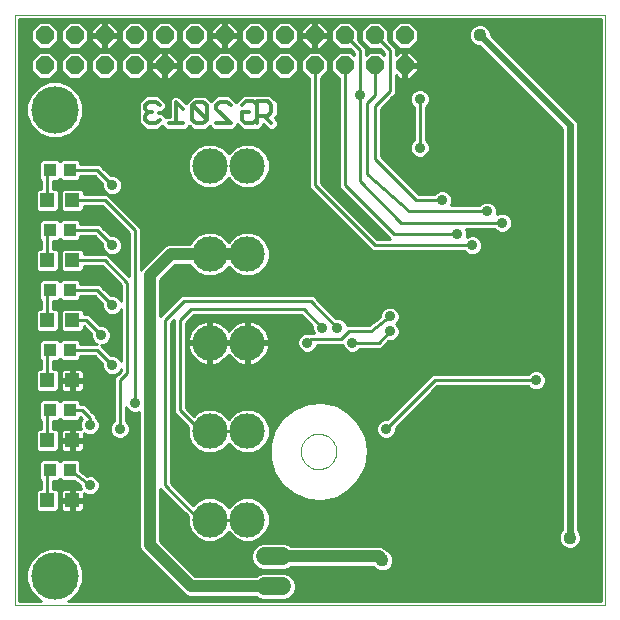
<source format=gbl>
G75*
G70*
%OFA0B0*%
%FSLAX24Y24*%
%IPPOS*%
%LPD*%
%AMOC8*
5,1,8,0,0,1.08239X$1,22.5*
%
%ADD10C,0.0000*%
%ADD11R,0.0394X0.0433*%
%ADD12R,0.0472X0.0472*%
%ADD13C,0.1181*%
%ADD14C,0.1581*%
%ADD15C,0.0594*%
%ADD16OC8,0.0600*%
%ADD17C,0.0120*%
%ADD18C,0.0100*%
%ADD19C,0.0357*%
%ADD20C,0.0400*%
%ADD21C,0.0436*%
%ADD22C,0.0240*%
D10*
X000655Y000655D02*
X000655Y020340D01*
X020340Y020340D01*
X020340Y000655D01*
X000655Y000655D01*
X010189Y005780D02*
X010191Y005828D01*
X010197Y005876D01*
X010207Y005923D01*
X010220Y005969D01*
X010238Y006014D01*
X010258Y006058D01*
X010283Y006100D01*
X010311Y006139D01*
X010341Y006176D01*
X010375Y006210D01*
X010412Y006242D01*
X010450Y006271D01*
X010491Y006296D01*
X010534Y006318D01*
X010579Y006336D01*
X010625Y006350D01*
X010672Y006361D01*
X010720Y006368D01*
X010768Y006371D01*
X010816Y006370D01*
X010864Y006365D01*
X010912Y006356D01*
X010958Y006344D01*
X011003Y006327D01*
X011047Y006307D01*
X011089Y006284D01*
X011129Y006257D01*
X011167Y006227D01*
X011202Y006194D01*
X011234Y006158D01*
X011264Y006120D01*
X011290Y006079D01*
X011312Y006036D01*
X011332Y005992D01*
X011347Y005947D01*
X011359Y005900D01*
X011367Y005852D01*
X011371Y005804D01*
X011371Y005756D01*
X011367Y005708D01*
X011359Y005660D01*
X011347Y005613D01*
X011332Y005568D01*
X011312Y005524D01*
X011290Y005481D01*
X011264Y005440D01*
X011234Y005402D01*
X011202Y005366D01*
X011167Y005333D01*
X011129Y005303D01*
X011089Y005276D01*
X011047Y005253D01*
X011003Y005233D01*
X010958Y005216D01*
X010912Y005204D01*
X010864Y005195D01*
X010816Y005190D01*
X010768Y005189D01*
X010720Y005192D01*
X010672Y005199D01*
X010625Y005210D01*
X010579Y005224D01*
X010534Y005242D01*
X010491Y005264D01*
X010450Y005289D01*
X010412Y005318D01*
X010375Y005350D01*
X010341Y005384D01*
X010311Y005421D01*
X010283Y005460D01*
X010258Y005502D01*
X010238Y005546D01*
X010220Y005591D01*
X010207Y005637D01*
X010197Y005684D01*
X010191Y005732D01*
X010189Y005780D01*
D11*
X002490Y005155D03*
X001820Y005155D03*
X001820Y007155D03*
X002490Y007155D03*
X002490Y009155D03*
X001820Y009155D03*
X001820Y011155D03*
X002490Y011155D03*
X002490Y013155D03*
X001820Y013155D03*
X001820Y015155D03*
X002490Y015155D03*
D12*
X002569Y014155D03*
X001742Y014155D03*
X001742Y012155D03*
X002569Y012155D03*
X002569Y010155D03*
X001742Y010155D03*
X001742Y008155D03*
X002569Y008155D03*
X002569Y006155D03*
X001742Y006155D03*
X001742Y004155D03*
X002569Y004155D03*
D13*
X007155Y003507D03*
X008407Y003507D03*
X008407Y006456D03*
X007155Y006456D03*
X007155Y009405D03*
X008407Y009405D03*
X008407Y012354D03*
X007155Y012354D03*
X007155Y015303D03*
X008407Y015303D03*
D14*
X001986Y017173D03*
X001986Y001637D03*
D15*
X008983Y001280D02*
X009577Y001280D01*
X009577Y002280D02*
X008983Y002280D01*
D16*
X008655Y018655D03*
X007655Y018655D03*
X006655Y018655D03*
X005655Y018655D03*
X004655Y018655D03*
X003655Y018655D03*
X002655Y018655D03*
X001655Y018655D03*
X001655Y019655D03*
X002655Y019655D03*
X003655Y019655D03*
X004655Y019655D03*
X005655Y019655D03*
X006655Y019655D03*
X007655Y019655D03*
X008655Y019655D03*
X009655Y019655D03*
X009655Y018655D03*
X010655Y018655D03*
X010655Y019655D03*
X011655Y019655D03*
X012655Y019655D03*
X012655Y018655D03*
X011655Y018655D03*
X013655Y018655D03*
X013655Y019655D03*
D17*
X009205Y017335D02*
X009205Y017085D01*
X009085Y016965D01*
X008965Y016965D01*
X009205Y016715D01*
X008965Y016965D02*
X008715Y016965D01*
X008715Y017335D01*
X008715Y017455D01*
X009085Y017455D01*
X009205Y017335D01*
X008715Y017335D02*
X008595Y017455D01*
X008355Y017455D01*
X008235Y017335D01*
X008225Y017085D02*
X008225Y016845D01*
X008345Y016715D01*
X008595Y016715D01*
X008715Y016835D01*
X008715Y016715D01*
X008715Y016835D02*
X008715Y016965D01*
X008475Y017085D02*
X008225Y017085D01*
X007855Y017315D02*
X007725Y017445D01*
X007485Y017445D01*
X007365Y017325D01*
X007365Y017315D02*
X007365Y017195D01*
X007855Y016715D01*
X007365Y016715D01*
X007055Y016835D02*
X006935Y016715D01*
X006695Y016715D01*
X006575Y016835D01*
X006575Y017315D01*
X006695Y017435D01*
X006935Y017435D01*
X007055Y017315D01*
X007055Y016835D01*
X006585Y017315D01*
X006265Y017193D02*
X006023Y017435D01*
X006023Y017428D02*
X006023Y016723D01*
X005783Y016715D02*
X006268Y016715D01*
X005485Y016845D02*
X005355Y016715D01*
X005115Y016715D01*
X004995Y016835D01*
X004995Y016845D02*
X004995Y016965D01*
X004995Y016975D02*
X005105Y017085D01*
X004995Y017195D01*
X004995Y017315D01*
X004995Y017325D02*
X005115Y017445D01*
X005355Y017445D01*
X005485Y017315D01*
X005223Y017085D02*
X005108Y017085D01*
D18*
X004808Y017085D02*
X004785Y017062D01*
X004785Y016888D01*
X004785Y016748D01*
X005028Y016505D01*
X005202Y016505D01*
X005442Y016505D01*
X005565Y016628D01*
X005573Y016636D01*
X005573Y016628D01*
X005696Y016505D01*
X006355Y016505D01*
X006478Y016628D01*
X006478Y016636D01*
X006488Y016625D01*
X006608Y016505D01*
X006782Y016505D01*
X006848Y016505D01*
X007022Y016505D01*
X007155Y016638D01*
X007155Y016628D01*
X007278Y016505D01*
X007769Y016505D01*
X007770Y016504D01*
X007855Y016505D01*
X007942Y016505D01*
X007943Y016506D01*
X007944Y016506D01*
X008004Y016567D01*
X008065Y016628D01*
X008065Y016629D01*
X008066Y016630D01*
X008065Y016708D01*
X008074Y016699D01*
X008135Y016633D01*
X008135Y016628D01*
X008194Y016569D01*
X008250Y016509D01*
X008255Y016509D01*
X008258Y016505D01*
X008341Y016505D01*
X008424Y016502D01*
X008427Y016505D01*
X008508Y016505D01*
X008628Y016505D01*
X008802Y016505D01*
X008925Y016628D01*
X008925Y016704D01*
X009114Y016507D01*
X009288Y016503D01*
X009413Y016624D01*
X009417Y016798D01*
X009318Y016901D01*
X009415Y016998D01*
X009415Y017422D01*
X009292Y017545D01*
X009172Y017665D01*
X008998Y017665D01*
X008628Y017665D01*
X008442Y017665D01*
X008268Y017665D01*
X008035Y017432D01*
X007935Y017532D01*
X007812Y017655D01*
X007572Y017655D01*
X007398Y017655D01*
X007205Y017462D01*
X007142Y017525D01*
X007022Y017645D01*
X006848Y017645D01*
X006608Y017645D01*
X006485Y017522D01*
X006365Y017402D01*
X006365Y017390D01*
X006110Y017645D01*
X005936Y017645D01*
X005813Y017522D01*
X005813Y017515D01*
X005813Y017515D01*
X005813Y016925D01*
X005696Y016925D01*
X005695Y016924D01*
X005695Y016932D01*
X005572Y017055D01*
X005433Y017055D01*
X005433Y017105D01*
X005572Y017105D01*
X005695Y017228D01*
X005695Y017402D01*
X005565Y017532D01*
X005442Y017655D01*
X005202Y017655D01*
X005028Y017655D01*
X004785Y017412D01*
X004785Y017238D01*
X004785Y017108D01*
X004808Y017085D01*
X004785Y017112D02*
X002926Y017112D01*
X002926Y017210D02*
X004785Y017210D01*
X004785Y017309D02*
X002926Y017309D01*
X002926Y017360D02*
X002783Y017706D01*
X002519Y017970D01*
X002173Y018113D01*
X001799Y018113D01*
X001453Y017970D01*
X001188Y017706D01*
X001045Y017360D01*
X001045Y016986D01*
X001188Y016640D01*
X001453Y016375D01*
X001799Y016232D01*
X002173Y016232D01*
X002519Y016375D01*
X002783Y016640D01*
X002926Y016986D01*
X002926Y017360D01*
X002907Y017407D02*
X004785Y017407D01*
X004879Y017506D02*
X002866Y017506D01*
X002825Y017605D02*
X004978Y017605D01*
X004841Y018205D02*
X004469Y018205D01*
X004205Y018469D01*
X004205Y018841D01*
X004469Y019105D01*
X004841Y019105D01*
X005105Y018841D01*
X005105Y018469D01*
X004841Y018205D01*
X004931Y018294D02*
X005379Y018294D01*
X005469Y018205D02*
X005205Y018469D01*
X005205Y018605D01*
X005605Y018605D01*
X005705Y018605D01*
X005705Y018205D01*
X005841Y018205D01*
X006105Y018469D01*
X006105Y018605D01*
X005705Y018605D01*
X005705Y018705D01*
X006105Y018705D01*
X006105Y018841D01*
X005841Y019105D01*
X005705Y019105D01*
X005705Y018705D01*
X005605Y018705D01*
X005605Y018605D01*
X005605Y018205D01*
X005469Y018205D01*
X005605Y018294D02*
X005705Y018294D01*
X005705Y018393D02*
X005605Y018393D01*
X005605Y018491D02*
X005705Y018491D01*
X005705Y018590D02*
X005605Y018590D01*
X005605Y018689D02*
X005105Y018689D01*
X005105Y018787D02*
X005205Y018787D01*
X005205Y018841D02*
X005205Y018705D01*
X005605Y018705D01*
X005605Y019105D01*
X005469Y019105D01*
X005205Y018841D01*
X005249Y018886D02*
X005061Y018886D01*
X004962Y018984D02*
X005348Y018984D01*
X005446Y019083D02*
X004864Y019083D01*
X004841Y019205D02*
X005105Y019469D01*
X005105Y019841D01*
X004841Y020105D01*
X004469Y020105D01*
X004205Y019841D01*
X004205Y019469D01*
X004469Y019205D01*
X004841Y019205D01*
X004916Y019280D02*
X005394Y019280D01*
X005469Y019205D02*
X005205Y019469D01*
X005205Y019841D01*
X005469Y020105D01*
X005841Y020105D01*
X006105Y019841D01*
X006105Y019469D01*
X005841Y019205D01*
X005469Y019205D01*
X005605Y019083D02*
X005705Y019083D01*
X005705Y018984D02*
X005605Y018984D01*
X005605Y018886D02*
X005705Y018886D01*
X005705Y018787D02*
X005605Y018787D01*
X005705Y018689D02*
X006205Y018689D01*
X006205Y018787D02*
X006105Y018787D01*
X006061Y018886D02*
X006249Y018886D01*
X006205Y018841D02*
X006205Y018469D01*
X006469Y018205D01*
X006841Y018205D01*
X007105Y018469D01*
X007105Y018841D01*
X006841Y019105D01*
X006469Y019105D01*
X006205Y018841D01*
X006348Y018984D02*
X005962Y018984D01*
X005864Y019083D02*
X006446Y019083D01*
X006469Y019205D02*
X006841Y019205D01*
X007105Y019469D01*
X007105Y019841D01*
X006841Y020105D01*
X006469Y020105D01*
X006205Y019841D01*
X006205Y019469D01*
X006469Y019205D01*
X006394Y019280D02*
X005916Y019280D01*
X006015Y019378D02*
X006295Y019378D01*
X006205Y019477D02*
X006105Y019477D01*
X006105Y019575D02*
X006205Y019575D01*
X006205Y019674D02*
X006105Y019674D01*
X006105Y019773D02*
X006205Y019773D01*
X006235Y019871D02*
X006076Y019871D01*
X005977Y019970D02*
X006333Y019970D01*
X006432Y020068D02*
X005878Y020068D01*
X005432Y020068D02*
X004878Y020068D01*
X004977Y019970D02*
X005333Y019970D01*
X005235Y019871D02*
X005076Y019871D01*
X005105Y019773D02*
X005205Y019773D01*
X005205Y019674D02*
X005105Y019674D01*
X005105Y019575D02*
X005205Y019575D01*
X005205Y019477D02*
X005105Y019477D01*
X005015Y019378D02*
X005295Y019378D01*
X005205Y018590D02*
X005105Y018590D01*
X005105Y018491D02*
X005205Y018491D01*
X005281Y018393D02*
X005029Y018393D01*
X004379Y018294D02*
X003931Y018294D01*
X003841Y018205D02*
X004105Y018469D01*
X004105Y018841D01*
X003841Y019105D01*
X003469Y019105D01*
X003205Y018841D01*
X003205Y018469D01*
X003469Y018205D01*
X003841Y018205D01*
X004029Y018393D02*
X004281Y018393D01*
X004205Y018491D02*
X004105Y018491D01*
X004105Y018590D02*
X004205Y018590D01*
X004205Y018689D02*
X004105Y018689D01*
X004105Y018787D02*
X004205Y018787D01*
X004249Y018886D02*
X004061Y018886D01*
X003962Y018984D02*
X004348Y018984D01*
X004446Y019083D02*
X003864Y019083D01*
X003841Y019205D02*
X003705Y019205D01*
X003705Y019605D01*
X003605Y019605D01*
X003605Y019205D01*
X003469Y019205D01*
X003205Y019469D01*
X003205Y019605D01*
X003605Y019605D01*
X003605Y019705D01*
X003205Y019705D01*
X003205Y019841D01*
X003469Y020105D01*
X003605Y020105D01*
X003605Y019705D01*
X003705Y019705D01*
X004105Y019705D01*
X004105Y019841D01*
X003841Y020105D01*
X003705Y020105D01*
X003705Y019705D01*
X003705Y019605D01*
X004105Y019605D01*
X004105Y019469D01*
X003841Y019205D01*
X003916Y019280D02*
X004394Y019280D01*
X004295Y019378D02*
X004015Y019378D01*
X004105Y019477D02*
X004205Y019477D01*
X004205Y019575D02*
X004105Y019575D01*
X004205Y019674D02*
X003705Y019674D01*
X003705Y019773D02*
X003605Y019773D01*
X003605Y019871D02*
X003705Y019871D01*
X003705Y019970D02*
X003605Y019970D01*
X003605Y020068D02*
X003705Y020068D01*
X003878Y020068D02*
X004432Y020068D01*
X004333Y019970D02*
X003977Y019970D01*
X004076Y019871D02*
X004235Y019871D01*
X004205Y019773D02*
X004105Y019773D01*
X003705Y019575D02*
X003605Y019575D01*
X003605Y019477D02*
X003705Y019477D01*
X003705Y019378D02*
X003605Y019378D01*
X003605Y019280D02*
X003705Y019280D01*
X003394Y019280D02*
X002916Y019280D01*
X002841Y019205D02*
X003105Y019469D01*
X003105Y019841D01*
X002841Y020105D01*
X002469Y020105D01*
X002205Y019841D01*
X002205Y019469D01*
X002469Y019205D01*
X002841Y019205D01*
X002841Y019105D02*
X002469Y019105D01*
X002205Y018841D01*
X002205Y018469D01*
X002469Y018205D01*
X002841Y018205D01*
X003105Y018469D01*
X003105Y018841D01*
X002841Y019105D01*
X002864Y019083D02*
X003446Y019083D01*
X003348Y018984D02*
X002962Y018984D01*
X003061Y018886D02*
X003249Y018886D01*
X003205Y018787D02*
X003105Y018787D01*
X003105Y018689D02*
X003205Y018689D01*
X003205Y018590D02*
X003105Y018590D01*
X003105Y018491D02*
X003205Y018491D01*
X003281Y018393D02*
X003029Y018393D01*
X002931Y018294D02*
X003379Y018294D01*
X002784Y017703D02*
X010455Y017703D01*
X010455Y017605D02*
X009233Y017605D01*
X009331Y017506D02*
X010455Y017506D01*
X010455Y017407D02*
X009415Y017407D01*
X009415Y017309D02*
X010455Y017309D01*
X010455Y017210D02*
X009415Y017210D01*
X009415Y017112D02*
X010455Y017112D01*
X010455Y017013D02*
X009415Y017013D01*
X009332Y016915D02*
X010455Y016915D01*
X010455Y016816D02*
X009399Y016816D01*
X009415Y016718D02*
X010455Y016718D01*
X010455Y016619D02*
X009408Y016619D01*
X009306Y016521D02*
X010455Y016521D01*
X010455Y016422D02*
X002565Y016422D01*
X002664Y016521D02*
X005013Y016521D01*
X004914Y016619D02*
X002762Y016619D01*
X002815Y016718D02*
X004816Y016718D01*
X004785Y016816D02*
X002856Y016816D01*
X002897Y016915D02*
X004785Y016915D01*
X004785Y017013D02*
X002926Y017013D01*
X002393Y016324D02*
X010455Y016324D01*
X010455Y016225D02*
X000805Y016225D01*
X000805Y016324D02*
X001578Y016324D01*
X001406Y016422D02*
X000805Y016422D01*
X000805Y016521D02*
X001308Y016521D01*
X001209Y016619D02*
X000805Y016619D01*
X000805Y016718D02*
X001156Y016718D01*
X001115Y016816D02*
X000805Y016816D01*
X000805Y016915D02*
X001075Y016915D01*
X001045Y017013D02*
X000805Y017013D01*
X000805Y017112D02*
X001045Y017112D01*
X001045Y017210D02*
X000805Y017210D01*
X000805Y017309D02*
X001045Y017309D01*
X001065Y017407D02*
X000805Y017407D01*
X000805Y017506D02*
X001106Y017506D01*
X001147Y017605D02*
X000805Y017605D01*
X000805Y017703D02*
X001187Y017703D01*
X001285Y017802D02*
X000805Y017802D01*
X000805Y017900D02*
X001383Y017900D01*
X001522Y017999D02*
X000805Y017999D01*
X000805Y018097D02*
X001760Y018097D01*
X001841Y018205D02*
X002105Y018469D01*
X002105Y018841D01*
X001841Y019105D01*
X001469Y019105D01*
X001205Y018841D01*
X001205Y018469D01*
X001469Y018205D01*
X001841Y018205D01*
X001931Y018294D02*
X002379Y018294D01*
X002281Y018393D02*
X002029Y018393D01*
X002105Y018491D02*
X002205Y018491D01*
X002205Y018590D02*
X002105Y018590D01*
X002105Y018689D02*
X002205Y018689D01*
X002205Y018787D02*
X002105Y018787D01*
X002061Y018886D02*
X002249Y018886D01*
X002348Y018984D02*
X001962Y018984D01*
X001864Y019083D02*
X002446Y019083D01*
X002394Y019280D02*
X001916Y019280D01*
X001841Y019205D02*
X002105Y019469D01*
X002105Y019841D01*
X001841Y020105D01*
X001469Y020105D01*
X001205Y019841D01*
X001205Y019469D01*
X001469Y019205D01*
X001841Y019205D01*
X002015Y019378D02*
X002295Y019378D01*
X002205Y019477D02*
X002105Y019477D01*
X002105Y019575D02*
X002205Y019575D01*
X002205Y019674D02*
X002105Y019674D01*
X002105Y019773D02*
X002205Y019773D01*
X002235Y019871D02*
X002076Y019871D01*
X001977Y019970D02*
X002333Y019970D01*
X002432Y020068D02*
X001878Y020068D01*
X001432Y020068D02*
X000805Y020068D01*
X000805Y019970D02*
X001333Y019970D01*
X001235Y019871D02*
X000805Y019871D01*
X000805Y019773D02*
X001205Y019773D01*
X001205Y019674D02*
X000805Y019674D01*
X000805Y019575D02*
X001205Y019575D01*
X001205Y019477D02*
X000805Y019477D01*
X000805Y019378D02*
X001295Y019378D01*
X001394Y019280D02*
X000805Y019280D01*
X000805Y019181D02*
X011846Y019181D01*
X011822Y019205D02*
X011955Y019072D01*
X011955Y018991D01*
X011841Y019105D01*
X011469Y019105D01*
X011205Y018841D01*
X011205Y018469D01*
X011455Y018219D01*
X011455Y014572D01*
X011572Y014455D01*
X013172Y012855D01*
X012738Y012855D01*
X010855Y014738D01*
X010855Y018219D01*
X011105Y018469D01*
X011105Y018841D01*
X010841Y019105D01*
X010469Y019105D01*
X010205Y018841D01*
X010205Y018469D01*
X010455Y018219D01*
X010455Y014572D01*
X010572Y014455D01*
X010572Y014455D01*
X012455Y012572D01*
X012572Y012455D01*
X015641Y012455D01*
X015719Y012377D01*
X015840Y012327D01*
X015970Y012327D01*
X016091Y012377D01*
X016184Y012469D01*
X016234Y012590D01*
X016234Y012720D01*
X016184Y012841D01*
X016091Y012934D01*
X015970Y012984D01*
X015840Y012984D01*
X015721Y012934D01*
X015734Y012965D01*
X015734Y013095D01*
X015688Y013205D01*
X016641Y013205D01*
X016719Y013127D01*
X016840Y013077D01*
X016970Y013077D01*
X017091Y013127D01*
X017184Y013219D01*
X017234Y013340D01*
X017234Y013470D01*
X017184Y013591D01*
X017091Y013684D01*
X016970Y013734D01*
X016840Y013734D01*
X016721Y013684D01*
X016734Y013715D01*
X016734Y013845D01*
X016684Y013966D01*
X016591Y014059D01*
X016470Y014109D01*
X016340Y014109D01*
X016219Y014059D01*
X016141Y013980D01*
X015188Y013980D01*
X015234Y014090D01*
X015234Y014220D01*
X015184Y014341D01*
X015091Y014434D01*
X014970Y014484D01*
X014840Y014484D01*
X014719Y014434D01*
X014641Y014355D01*
X014113Y014355D01*
X012855Y015613D01*
X012855Y017197D01*
X013238Y017580D01*
X013355Y017697D01*
X013355Y018319D01*
X013469Y018205D01*
X013605Y018205D01*
X013605Y018605D01*
X013705Y018605D01*
X013705Y018205D01*
X013841Y018205D01*
X014105Y018469D01*
X014105Y018605D01*
X013705Y018605D01*
X013705Y018705D01*
X013605Y018705D01*
X013605Y019105D01*
X013469Y019105D01*
X013355Y018991D01*
X013355Y019238D01*
X013238Y019355D01*
X013105Y019488D01*
X013105Y019841D01*
X012841Y020105D01*
X012469Y020105D01*
X012205Y019841D01*
X012205Y019469D01*
X012469Y019205D01*
X012822Y019205D01*
X012955Y019072D01*
X012955Y018991D01*
X012841Y019105D01*
X012469Y019105D01*
X012355Y018991D01*
X012355Y019072D01*
X012355Y019238D01*
X012105Y019488D01*
X012105Y019841D01*
X011841Y020105D01*
X011469Y020105D01*
X011205Y019841D01*
X011205Y019469D01*
X011469Y019205D01*
X011822Y019205D01*
X011864Y019083D02*
X011945Y019083D01*
X012155Y019155D02*
X011655Y019655D01*
X011977Y019970D02*
X012333Y019970D01*
X012432Y020068D02*
X011878Y020068D01*
X012076Y019871D02*
X012235Y019871D01*
X012205Y019773D02*
X012105Y019773D01*
X012105Y019674D02*
X012205Y019674D01*
X012205Y019575D02*
X012105Y019575D01*
X012116Y019477D02*
X012205Y019477D01*
X012215Y019378D02*
X012295Y019378D01*
X012313Y019280D02*
X012394Y019280D01*
X012355Y019181D02*
X012846Y019181D01*
X012864Y019083D02*
X012945Y019083D01*
X013155Y019155D02*
X012655Y019655D01*
X012977Y019970D02*
X013333Y019970D01*
X013432Y020068D02*
X012878Y020068D01*
X013076Y019871D02*
X013235Y019871D01*
X013205Y019841D02*
X013205Y019469D01*
X013469Y019205D01*
X013841Y019205D01*
X014105Y019469D01*
X014105Y019841D01*
X013841Y020105D01*
X013469Y020105D01*
X013205Y019841D01*
X013205Y019773D02*
X013105Y019773D01*
X013105Y019674D02*
X013205Y019674D01*
X013205Y019575D02*
X013105Y019575D01*
X013116Y019477D02*
X013205Y019477D01*
X013215Y019378D02*
X013295Y019378D01*
X013238Y019355D02*
X013238Y019355D01*
X013313Y019280D02*
X013394Y019280D01*
X013355Y019181D02*
X016247Y019181D01*
X016346Y019083D02*
X013864Y019083D01*
X013841Y019105D02*
X013705Y019105D01*
X013705Y018705D01*
X014105Y018705D01*
X014105Y018841D01*
X013841Y019105D01*
X013705Y019083D02*
X013605Y019083D01*
X013605Y018984D02*
X013705Y018984D01*
X013705Y018886D02*
X013605Y018886D01*
X013605Y018787D02*
X013705Y018787D01*
X013705Y018689D02*
X016740Y018689D01*
X016641Y018787D02*
X014105Y018787D01*
X014061Y018886D02*
X016543Y018886D01*
X016444Y018984D02*
X013962Y018984D01*
X013916Y019280D02*
X016149Y019280D01*
X016141Y019287D02*
X018885Y016543D01*
X018885Y003155D01*
X018843Y003113D01*
X018787Y002978D01*
X018787Y002832D01*
X018843Y002697D01*
X018947Y002593D01*
X019082Y002537D01*
X019228Y002537D01*
X019363Y002593D01*
X019467Y002697D01*
X019523Y002832D01*
X019523Y002978D01*
X019467Y003113D01*
X019425Y003155D01*
X019425Y016601D01*
X019425Y016709D01*
X019384Y016808D01*
X016523Y019669D01*
X016523Y019728D01*
X016467Y019863D01*
X016363Y019967D01*
X016228Y020023D01*
X016082Y020023D01*
X015947Y019967D01*
X015843Y019863D01*
X015787Y019728D01*
X015787Y019582D01*
X015843Y019447D01*
X015947Y019343D01*
X016082Y019287D01*
X016141Y019287D01*
X015912Y019378D02*
X014015Y019378D01*
X014105Y019477D02*
X015831Y019477D01*
X015790Y019575D02*
X014105Y019575D01*
X014105Y019674D02*
X015787Y019674D01*
X015806Y019773D02*
X014105Y019773D01*
X014076Y019871D02*
X015851Y019871D01*
X015953Y019970D02*
X013977Y019970D01*
X013878Y020068D02*
X020190Y020068D01*
X020190Y019970D02*
X016357Y019970D01*
X016459Y019871D02*
X020190Y019871D01*
X020190Y019773D02*
X016505Y019773D01*
X016523Y019674D02*
X020190Y019674D01*
X020190Y019575D02*
X016617Y019575D01*
X016715Y019477D02*
X020190Y019477D01*
X020190Y019378D02*
X016814Y019378D01*
X016912Y019280D02*
X020190Y019280D01*
X020190Y019181D02*
X017011Y019181D01*
X017109Y019083D02*
X020190Y019083D01*
X020190Y018984D02*
X017208Y018984D01*
X017306Y018886D02*
X020190Y018886D01*
X020190Y018787D02*
X017405Y018787D01*
X017503Y018689D02*
X020190Y018689D01*
X020190Y018590D02*
X017602Y018590D01*
X017701Y018491D02*
X020190Y018491D01*
X020190Y018393D02*
X017799Y018393D01*
X017898Y018294D02*
X020190Y018294D01*
X020190Y018196D02*
X017996Y018196D01*
X018095Y018097D02*
X020190Y018097D01*
X020190Y017999D02*
X018193Y017999D01*
X018292Y017900D02*
X020190Y017900D01*
X020190Y017802D02*
X018390Y017802D01*
X018489Y017703D02*
X020190Y017703D01*
X020190Y017605D02*
X018587Y017605D01*
X018686Y017506D02*
X020190Y017506D01*
X020190Y017407D02*
X018785Y017407D01*
X018883Y017309D02*
X020190Y017309D01*
X020190Y017210D02*
X018982Y017210D01*
X019080Y017112D02*
X020190Y017112D01*
X020190Y017013D02*
X019179Y017013D01*
X019277Y016915D02*
X020190Y016915D01*
X020190Y016816D02*
X019376Y016816D01*
X019421Y016718D02*
X020190Y016718D01*
X020190Y016619D02*
X019425Y016619D01*
X019425Y016521D02*
X020190Y016521D01*
X020190Y016422D02*
X019425Y016422D01*
X019425Y016324D02*
X020190Y016324D01*
X020190Y016225D02*
X019425Y016225D01*
X019425Y016126D02*
X020190Y016126D01*
X020190Y016028D02*
X019425Y016028D01*
X019425Y015929D02*
X020190Y015929D01*
X020190Y015831D02*
X019425Y015831D01*
X019425Y015732D02*
X020190Y015732D01*
X020190Y015634D02*
X019425Y015634D01*
X019425Y015535D02*
X020190Y015535D01*
X020190Y015437D02*
X019425Y015437D01*
X019425Y015338D02*
X020190Y015338D01*
X020190Y015240D02*
X019425Y015240D01*
X019425Y015141D02*
X020190Y015141D01*
X020190Y015042D02*
X019425Y015042D01*
X019425Y014944D02*
X020190Y014944D01*
X020190Y014845D02*
X019425Y014845D01*
X019425Y014747D02*
X020190Y014747D01*
X020190Y014648D02*
X019425Y014648D01*
X019425Y014550D02*
X020190Y014550D01*
X020190Y014451D02*
X019425Y014451D01*
X019425Y014353D02*
X020190Y014353D01*
X020190Y014254D02*
X019425Y014254D01*
X019425Y014156D02*
X020190Y014156D01*
X020190Y014057D02*
X019425Y014057D01*
X019425Y013958D02*
X020190Y013958D01*
X020190Y013860D02*
X019425Y013860D01*
X019425Y013761D02*
X020190Y013761D01*
X020190Y013663D02*
X019425Y013663D01*
X019425Y013564D02*
X020190Y013564D01*
X020190Y013466D02*
X019425Y013466D01*
X019425Y013367D02*
X020190Y013367D01*
X020190Y013269D02*
X019425Y013269D01*
X019425Y013170D02*
X020190Y013170D01*
X020190Y013072D02*
X019425Y013072D01*
X019425Y012973D02*
X020190Y012973D01*
X020190Y012874D02*
X019425Y012874D01*
X019425Y012776D02*
X020190Y012776D01*
X020190Y012677D02*
X019425Y012677D01*
X019425Y012579D02*
X020190Y012579D01*
X020190Y012480D02*
X019425Y012480D01*
X019425Y012382D02*
X020190Y012382D01*
X020190Y012283D02*
X019425Y012283D01*
X019425Y012185D02*
X020190Y012185D01*
X020190Y012086D02*
X019425Y012086D01*
X019425Y011988D02*
X020190Y011988D01*
X020190Y011889D02*
X019425Y011889D01*
X019425Y011791D02*
X020190Y011791D01*
X020190Y011692D02*
X019425Y011692D01*
X019425Y011593D02*
X020190Y011593D01*
X020190Y011495D02*
X019425Y011495D01*
X019425Y011396D02*
X020190Y011396D01*
X020190Y011298D02*
X019425Y011298D01*
X019425Y011199D02*
X020190Y011199D01*
X020190Y011101D02*
X019425Y011101D01*
X019425Y011002D02*
X020190Y011002D01*
X020190Y010904D02*
X019425Y010904D01*
X019425Y010805D02*
X020190Y010805D01*
X020190Y010707D02*
X019425Y010707D01*
X019425Y010608D02*
X020190Y010608D01*
X020190Y010509D02*
X019425Y010509D01*
X019425Y010411D02*
X020190Y010411D01*
X020190Y010312D02*
X019425Y010312D01*
X019425Y010214D02*
X020190Y010214D01*
X020190Y010115D02*
X019425Y010115D01*
X019425Y010017D02*
X020190Y010017D01*
X020190Y009918D02*
X019425Y009918D01*
X019425Y009820D02*
X020190Y009820D01*
X020190Y009721D02*
X019425Y009721D01*
X019425Y009623D02*
X020190Y009623D01*
X020190Y009524D02*
X019425Y009524D01*
X019425Y009425D02*
X020190Y009425D01*
X020190Y009327D02*
X019425Y009327D01*
X019425Y009228D02*
X020190Y009228D01*
X020190Y009130D02*
X019425Y009130D01*
X019425Y009031D02*
X020190Y009031D01*
X020190Y008933D02*
X019425Y008933D01*
X019425Y008834D02*
X020190Y008834D01*
X020190Y008736D02*
X019425Y008736D01*
X019425Y008637D02*
X020190Y008637D01*
X020190Y008539D02*
X019425Y008539D01*
X019425Y008440D02*
X020190Y008440D01*
X020190Y008341D02*
X019425Y008341D01*
X019425Y008243D02*
X020190Y008243D01*
X020190Y008144D02*
X019425Y008144D01*
X019425Y008046D02*
X020190Y008046D01*
X020190Y007947D02*
X019425Y007947D01*
X019425Y007849D02*
X020190Y007849D01*
X020190Y007750D02*
X019425Y007750D01*
X019425Y007652D02*
X020190Y007652D01*
X020190Y007553D02*
X019425Y007553D01*
X019425Y007455D02*
X020190Y007455D01*
X020190Y007356D02*
X019425Y007356D01*
X019425Y007258D02*
X020190Y007258D01*
X020190Y007159D02*
X019425Y007159D01*
X019425Y007060D02*
X020190Y007060D01*
X020190Y006962D02*
X019425Y006962D01*
X019425Y006863D02*
X020190Y006863D01*
X020190Y006765D02*
X019425Y006765D01*
X019425Y006666D02*
X020190Y006666D01*
X020190Y006568D02*
X019425Y006568D01*
X019425Y006469D02*
X020190Y006469D01*
X020190Y006371D02*
X019425Y006371D01*
X019425Y006272D02*
X020190Y006272D01*
X020190Y006174D02*
X019425Y006174D01*
X019425Y006075D02*
X020190Y006075D01*
X020190Y005976D02*
X019425Y005976D01*
X019425Y005878D02*
X020190Y005878D01*
X020190Y005779D02*
X019425Y005779D01*
X019425Y005681D02*
X020190Y005681D01*
X020190Y005582D02*
X019425Y005582D01*
X019425Y005484D02*
X020190Y005484D01*
X020190Y005385D02*
X019425Y005385D01*
X019425Y005287D02*
X020190Y005287D01*
X020190Y005188D02*
X019425Y005188D01*
X019425Y005090D02*
X020190Y005090D01*
X020190Y004991D02*
X019425Y004991D01*
X019425Y004892D02*
X020190Y004892D01*
X020190Y004794D02*
X019425Y004794D01*
X019425Y004695D02*
X020190Y004695D01*
X020190Y004597D02*
X019425Y004597D01*
X019425Y004498D02*
X020190Y004498D01*
X020190Y004400D02*
X019425Y004400D01*
X019425Y004301D02*
X020190Y004301D01*
X020190Y004203D02*
X019425Y004203D01*
X019425Y004104D02*
X020190Y004104D01*
X020190Y004006D02*
X019425Y004006D01*
X019425Y003907D02*
X020190Y003907D01*
X020190Y003809D02*
X019425Y003809D01*
X019425Y003710D02*
X020190Y003710D01*
X020190Y003611D02*
X019425Y003611D01*
X019425Y003513D02*
X020190Y003513D01*
X020190Y003414D02*
X019425Y003414D01*
X019425Y003316D02*
X020190Y003316D01*
X020190Y003217D02*
X019425Y003217D01*
X019462Y003119D02*
X020190Y003119D01*
X020190Y003020D02*
X019506Y003020D01*
X019523Y002922D02*
X020190Y002922D01*
X020190Y002823D02*
X019519Y002823D01*
X019478Y002725D02*
X020190Y002725D01*
X020190Y002626D02*
X019396Y002626D01*
X018914Y002626D02*
X012860Y002626D01*
X012850Y002630D02*
X012710Y002630D01*
X009859Y002630D01*
X009830Y002659D01*
X009666Y002727D01*
X008894Y002727D01*
X008730Y002659D01*
X008604Y002533D01*
X008536Y002369D01*
X008536Y002191D01*
X008604Y002027D01*
X008730Y001901D01*
X008894Y001833D01*
X009666Y001833D01*
X009830Y001901D01*
X009859Y001930D01*
X012610Y001930D01*
X012697Y001843D01*
X012832Y001787D01*
X012978Y001787D01*
X013113Y001843D01*
X013217Y001947D01*
X013273Y002082D01*
X013273Y002228D01*
X013217Y002363D01*
X013113Y002467D01*
X013070Y002485D01*
X012978Y002577D01*
X012850Y002630D01*
X013028Y002527D02*
X020190Y002527D01*
X020190Y002429D02*
X013151Y002429D01*
X013231Y002330D02*
X020190Y002330D01*
X020190Y002232D02*
X013271Y002232D01*
X013273Y002133D02*
X020190Y002133D01*
X020190Y002035D02*
X013253Y002035D01*
X013206Y001936D02*
X020190Y001936D01*
X020190Y001838D02*
X013100Y001838D01*
X012710Y001838D02*
X009676Y001838D01*
X009666Y001727D02*
X008894Y001727D01*
X008730Y001659D01*
X008701Y001630D01*
X006675Y001630D01*
X005505Y002800D01*
X005505Y004522D01*
X006415Y003613D01*
X006415Y003360D01*
X006527Y003088D01*
X006736Y002880D01*
X007008Y002767D01*
X007302Y002767D01*
X007575Y002880D01*
X007781Y003086D01*
X007988Y002880D01*
X008260Y002767D01*
X008554Y002767D01*
X008827Y002880D01*
X009035Y003088D01*
X009148Y003360D01*
X009148Y003655D01*
X009035Y003927D01*
X008827Y004135D01*
X008554Y004248D01*
X008260Y004248D01*
X007988Y004135D01*
X007781Y003929D01*
X007575Y004135D01*
X007302Y004248D01*
X007008Y004248D01*
X006736Y004135D01*
X006597Y003996D01*
X005855Y004738D01*
X005855Y010072D01*
X005955Y010172D01*
X005955Y007238D01*
X005955Y007072D01*
X006417Y006610D01*
X006415Y006604D01*
X006415Y006309D01*
X006527Y006037D01*
X006736Y005828D01*
X007008Y005716D01*
X007302Y005716D01*
X007575Y005828D01*
X007781Y006035D01*
X007988Y005828D01*
X008260Y005716D01*
X008554Y005716D01*
X008827Y005828D01*
X009035Y006037D01*
X009148Y006309D01*
X009148Y006604D01*
X009035Y006876D01*
X008827Y007084D01*
X008554Y007197D01*
X008260Y007197D01*
X007988Y007084D01*
X007781Y006878D01*
X007575Y007084D01*
X007302Y007197D01*
X007008Y007197D01*
X006736Y007084D01*
X006622Y006971D01*
X006355Y007238D01*
X006355Y010072D01*
X006613Y010330D01*
X010197Y010330D01*
X010577Y009951D01*
X010577Y009840D01*
X010622Y009730D01*
X010479Y009730D01*
X010470Y009734D01*
X010340Y009734D01*
X010219Y009684D01*
X010127Y009591D01*
X010077Y009470D01*
X010077Y009340D01*
X010127Y009219D01*
X010219Y009127D01*
X010340Y009077D01*
X010470Y009077D01*
X010591Y009127D01*
X010684Y009219D01*
X010729Y009330D01*
X011447Y009330D01*
X011581Y009330D01*
X011627Y009219D01*
X011719Y009127D01*
X011840Y009077D01*
X011970Y009077D01*
X012091Y009127D01*
X012170Y009205D01*
X012863Y009205D01*
X012980Y009322D01*
X013110Y009452D01*
X013220Y009452D01*
X013341Y009502D01*
X013434Y009594D01*
X013484Y009715D01*
X013484Y009845D01*
X013434Y009966D01*
X013370Y010030D01*
X013434Y010094D01*
X013484Y010215D01*
X013484Y010345D01*
X013434Y010466D01*
X013341Y010559D01*
X013220Y010609D01*
X013090Y010609D01*
X012969Y010559D01*
X012877Y010466D01*
X012827Y010345D01*
X012827Y010273D01*
X012460Y009980D01*
X011729Y009980D01*
X011684Y010091D01*
X011591Y010184D01*
X011470Y010234D01*
X011360Y010234D01*
X010730Y010863D01*
X010613Y010980D01*
X006363Y010980D01*
X006197Y010980D01*
X005572Y010355D01*
X005505Y010288D01*
X005505Y011510D01*
X005999Y012004D01*
X006499Y012004D01*
X006527Y011934D01*
X006736Y011726D01*
X007008Y011613D01*
X007302Y011613D01*
X007575Y011726D01*
X007781Y011933D01*
X007988Y011726D01*
X008260Y011613D01*
X008554Y011613D01*
X008827Y011726D01*
X009035Y011934D01*
X009148Y012207D01*
X009148Y012501D01*
X009035Y012773D01*
X008827Y012982D01*
X008554Y013094D01*
X008260Y013094D01*
X007988Y012982D01*
X007781Y012775D01*
X007575Y012982D01*
X007302Y013094D01*
X007008Y013094D01*
X006736Y012982D01*
X006527Y012773D01*
X006499Y012704D01*
X005924Y012704D01*
X005784Y012704D01*
X005656Y012651D01*
X004957Y011952D01*
X004858Y011853D01*
X004855Y011845D01*
X004855Y013238D01*
X004738Y013355D01*
X003738Y014355D01*
X003572Y014355D01*
X002955Y014355D01*
X002955Y014453D01*
X002867Y014541D01*
X002270Y014541D01*
X002182Y014453D01*
X002182Y013857D01*
X002270Y013769D01*
X002867Y013769D01*
X002955Y013857D01*
X002955Y013955D01*
X003572Y013955D01*
X004455Y013072D01*
X004455Y011638D01*
X003738Y012355D01*
X003572Y012355D01*
X002955Y012355D01*
X002955Y012453D01*
X002867Y012541D01*
X002270Y012541D01*
X002182Y012453D01*
X002182Y011857D01*
X002270Y011769D01*
X002867Y011769D01*
X002955Y011857D01*
X002955Y011955D01*
X003572Y011955D01*
X004205Y011322D01*
X004205Y010789D01*
X004184Y010841D01*
X004091Y010934D01*
X003970Y010984D01*
X003859Y010984D01*
X003605Y011238D01*
X003488Y011355D01*
X002837Y011355D01*
X002837Y011434D01*
X002749Y011522D01*
X002231Y011522D01*
X002155Y011446D01*
X002079Y011522D01*
X001561Y011522D01*
X001474Y011434D01*
X001474Y010876D01*
X001542Y010808D01*
X001542Y010541D01*
X001443Y010541D01*
X001356Y010453D01*
X001356Y009857D01*
X001443Y009769D01*
X002040Y009769D01*
X002128Y009857D01*
X002128Y010453D01*
X002040Y010541D01*
X001942Y010541D01*
X001942Y010789D01*
X002079Y010789D01*
X002155Y010864D01*
X002231Y010789D01*
X002749Y010789D01*
X002837Y010876D01*
X002837Y010955D01*
X003322Y010955D01*
X003577Y010701D01*
X003577Y010590D01*
X003627Y010469D01*
X003719Y010377D01*
X003840Y010327D01*
X003970Y010327D01*
X004091Y010377D01*
X004184Y010469D01*
X004205Y010521D01*
X004205Y008789D01*
X004184Y008841D01*
X004091Y008934D01*
X003970Y008984D01*
X003860Y008984D01*
X003516Y009327D01*
X003595Y009327D01*
X003716Y009377D01*
X003809Y009469D01*
X003859Y009590D01*
X003859Y009720D01*
X003809Y009841D01*
X003716Y009934D01*
X003595Y009984D01*
X003485Y009984D01*
X003113Y010355D01*
X002955Y010355D01*
X002955Y010453D01*
X002867Y010541D01*
X002270Y010541D01*
X002182Y010453D01*
X002182Y009857D01*
X002270Y009769D01*
X002867Y009769D01*
X002955Y009857D01*
X002955Y009948D01*
X003202Y009701D01*
X003202Y009590D01*
X003252Y009469D01*
X003344Y009377D01*
X003396Y009355D01*
X003322Y009355D01*
X002837Y009355D01*
X002837Y009434D01*
X002749Y009522D01*
X002231Y009522D01*
X002155Y009446D01*
X002079Y009522D01*
X001561Y009522D01*
X001474Y009434D01*
X001474Y008876D01*
X001542Y008808D01*
X001542Y008541D01*
X001443Y008541D01*
X001356Y008453D01*
X001356Y007857D01*
X001443Y007769D01*
X002040Y007769D01*
X002128Y007857D01*
X002128Y008453D01*
X002040Y008541D01*
X001942Y008541D01*
X001942Y008789D01*
X002079Y008789D01*
X002155Y008864D01*
X002231Y008789D01*
X002749Y008789D01*
X002837Y008876D01*
X002837Y008955D01*
X003322Y008955D01*
X003577Y008701D01*
X003577Y008590D01*
X003627Y008469D01*
X003719Y008377D01*
X003840Y008327D01*
X003970Y008327D01*
X004091Y008377D01*
X004184Y008469D01*
X004205Y008521D01*
X004205Y008488D01*
X003955Y008238D01*
X003955Y008072D01*
X003955Y006795D01*
X003877Y006716D01*
X003827Y006595D01*
X003827Y006465D01*
X003877Y006344D01*
X003969Y006252D01*
X004090Y006202D01*
X004220Y006202D01*
X004341Y006252D01*
X004434Y006344D01*
X004484Y006465D01*
X004484Y006595D01*
X004434Y006716D01*
X004355Y006795D01*
X004355Y007271D01*
X004377Y007219D01*
X004469Y007127D01*
X004590Y007077D01*
X004720Y007077D01*
X004805Y007112D01*
X004805Y002725D01*
X004805Y002585D01*
X004858Y002457D01*
X006332Y000983D01*
X006460Y000930D01*
X006600Y000930D01*
X008701Y000930D01*
X008730Y000901D01*
X008894Y000833D01*
X009666Y000833D01*
X009830Y000901D01*
X009956Y001027D01*
X010024Y001191D01*
X010024Y001369D01*
X009956Y001533D01*
X009830Y001659D01*
X009666Y001727D01*
X009848Y001641D02*
X020190Y001641D01*
X020190Y001739D02*
X006566Y001739D01*
X006468Y001838D02*
X008884Y001838D01*
X008695Y001936D02*
X006369Y001936D01*
X006270Y002035D02*
X008601Y002035D01*
X008560Y002133D02*
X006172Y002133D01*
X006073Y002232D02*
X008536Y002232D01*
X008536Y002330D02*
X005975Y002330D01*
X005876Y002429D02*
X008561Y002429D01*
X008602Y002527D02*
X005778Y002527D01*
X005679Y002626D02*
X008697Y002626D01*
X008690Y002823D02*
X018791Y002823D01*
X018787Y002922D02*
X008869Y002922D01*
X008967Y003020D02*
X018805Y003020D01*
X018849Y003119D02*
X009048Y003119D01*
X009088Y003217D02*
X018885Y003217D01*
X018885Y003316D02*
X009129Y003316D01*
X009148Y003414D02*
X018885Y003414D01*
X018885Y003513D02*
X009148Y003513D01*
X009148Y003611D02*
X018885Y003611D01*
X018885Y003710D02*
X009125Y003710D01*
X009084Y003809D02*
X018885Y003809D01*
X018885Y003907D02*
X009043Y003907D01*
X008956Y004006D02*
X018885Y004006D01*
X018885Y004104D02*
X008858Y004104D01*
X008664Y004203D02*
X010333Y004203D01*
X010413Y004171D02*
X010413Y004171D01*
X010903Y004135D01*
X010903Y004135D01*
X011383Y004244D01*
X011809Y004490D01*
X012143Y004851D01*
X012357Y005294D01*
X012430Y005780D01*
X012357Y006266D01*
X012357Y006266D01*
X012143Y006710D01*
X011809Y007070D01*
X011383Y007316D01*
X011383Y007316D01*
X010903Y007425D01*
X010413Y007389D01*
X009955Y007209D01*
X009571Y006902D01*
X009294Y006496D01*
X009294Y006496D01*
X009149Y006026D01*
X009149Y005534D01*
X009294Y005064D01*
X009571Y004658D01*
X009955Y004351D01*
X010413Y004171D01*
X010082Y004301D02*
X006292Y004301D01*
X006390Y004203D02*
X006898Y004203D01*
X006705Y004104D02*
X006489Y004104D01*
X006587Y004006D02*
X006606Y004006D01*
X006317Y003710D02*
X005505Y003710D01*
X005505Y003809D02*
X006219Y003809D01*
X006120Y003907D02*
X005505Y003907D01*
X005505Y004006D02*
X006022Y004006D01*
X005923Y004104D02*
X005505Y004104D01*
X005505Y004203D02*
X005825Y004203D01*
X005726Y004301D02*
X005505Y004301D01*
X005505Y004400D02*
X005628Y004400D01*
X005529Y004498D02*
X005505Y004498D01*
X005655Y004655D02*
X006803Y003507D01*
X007155Y003507D01*
X008407Y003507D01*
X008124Y002823D02*
X007438Y002823D01*
X007617Y002922D02*
X007946Y002922D01*
X007847Y003020D02*
X007715Y003020D01*
X006872Y002823D02*
X005505Y002823D01*
X005505Y002922D02*
X006694Y002922D01*
X006595Y003020D02*
X005505Y003020D01*
X005505Y003119D02*
X006515Y003119D01*
X006474Y003217D02*
X005505Y003217D01*
X005505Y003316D02*
X006433Y003316D01*
X006415Y003414D02*
X005505Y003414D01*
X005505Y003513D02*
X006415Y003513D01*
X006415Y003611D02*
X005505Y003611D01*
X004805Y003611D02*
X000805Y003611D01*
X000805Y003513D02*
X004805Y003513D01*
X004805Y003414D02*
X000805Y003414D01*
X000805Y003316D02*
X004805Y003316D01*
X004805Y003217D02*
X000805Y003217D01*
X000805Y003119D02*
X004805Y003119D01*
X004805Y003020D02*
X000805Y003020D01*
X000805Y002922D02*
X004805Y002922D01*
X004805Y002823D02*
X000805Y002823D01*
X000805Y002725D02*
X004805Y002725D01*
X004805Y002626D02*
X000805Y002626D01*
X000805Y002527D02*
X001677Y002527D01*
X001799Y002578D02*
X001453Y002435D01*
X001188Y002170D01*
X001045Y001824D01*
X001045Y001450D01*
X001188Y001105D01*
X001453Y000840D01*
X001538Y000805D01*
X000805Y000805D01*
X000805Y020190D01*
X020190Y020190D01*
X020190Y000805D01*
X002434Y000805D01*
X002519Y000840D01*
X002783Y001105D01*
X002926Y001450D01*
X002926Y001824D01*
X002783Y002170D01*
X002519Y002435D01*
X002173Y002578D01*
X001799Y002578D01*
X001447Y002429D02*
X000805Y002429D01*
X000805Y002330D02*
X001349Y002330D01*
X001250Y002232D02*
X000805Y002232D01*
X000805Y002133D02*
X001173Y002133D01*
X001132Y002035D02*
X000805Y002035D01*
X000805Y001936D02*
X001092Y001936D01*
X001051Y001838D02*
X000805Y001838D01*
X000805Y001739D02*
X001045Y001739D01*
X001045Y001641D02*
X000805Y001641D01*
X000805Y001542D02*
X001045Y001542D01*
X001048Y001443D02*
X000805Y001443D01*
X000805Y001345D02*
X001089Y001345D01*
X001130Y001246D02*
X000805Y001246D01*
X000805Y001148D02*
X001171Y001148D01*
X001244Y001049D02*
X000805Y001049D01*
X000805Y000951D02*
X001342Y000951D01*
X001441Y000852D02*
X000805Y000852D01*
X002295Y002527D02*
X004829Y002527D01*
X004886Y002429D02*
X002524Y002429D01*
X002623Y002330D02*
X004985Y002330D01*
X005083Y002232D02*
X002721Y002232D01*
X002798Y002133D02*
X005182Y002133D01*
X005281Y002035D02*
X002839Y002035D01*
X002880Y001936D02*
X005379Y001936D01*
X005478Y001838D02*
X002921Y001838D01*
X002926Y001739D02*
X005576Y001739D01*
X005675Y001641D02*
X002926Y001641D01*
X002926Y001542D02*
X005773Y001542D01*
X005872Y001443D02*
X002924Y001443D01*
X002883Y001345D02*
X005970Y001345D01*
X006069Y001246D02*
X002842Y001246D01*
X002801Y001148D02*
X006167Y001148D01*
X006266Y001049D02*
X002728Y001049D01*
X002629Y000951D02*
X006411Y000951D01*
X006665Y001641D02*
X008712Y001641D01*
X008849Y000852D02*
X002531Y000852D01*
X002519Y003769D02*
X002313Y003769D01*
X002274Y003779D01*
X002240Y003799D01*
X002212Y003827D01*
X002193Y003861D01*
X002182Y003899D01*
X002182Y004105D01*
X002518Y004105D01*
X002518Y004205D01*
X002182Y004205D01*
X002182Y004411D01*
X002193Y004449D01*
X002212Y004483D01*
X002240Y004511D01*
X002274Y004531D01*
X002313Y004541D01*
X002519Y004541D01*
X002519Y004205D01*
X002618Y004205D01*
X002618Y004541D01*
X002824Y004541D01*
X002850Y004535D01*
X002827Y004590D01*
X002827Y004652D01*
X002645Y004789D01*
X002231Y004789D01*
X002155Y004864D01*
X002079Y004789D01*
X001942Y004789D01*
X001942Y004541D01*
X002040Y004541D01*
X002128Y004453D01*
X002128Y003857D01*
X002040Y003769D01*
X001443Y003769D01*
X001356Y003857D01*
X001356Y004453D01*
X001443Y004541D01*
X001542Y004541D01*
X001542Y004808D01*
X001474Y004876D01*
X001474Y005434D01*
X001561Y005522D01*
X002079Y005522D01*
X002155Y005446D01*
X002231Y005522D01*
X002749Y005522D01*
X002837Y005434D01*
X002837Y005145D01*
X003065Y004973D01*
X003090Y004984D01*
X003220Y004984D01*
X003341Y004934D01*
X003434Y004841D01*
X003484Y004720D01*
X003484Y004590D01*
X003434Y004469D01*
X003341Y004377D01*
X003220Y004327D01*
X003090Y004327D01*
X002969Y004377D01*
X002955Y004391D01*
X002955Y004205D01*
X002619Y004205D01*
X002619Y004105D01*
X002955Y004105D01*
X002955Y003899D01*
X002944Y003861D01*
X002925Y003827D01*
X002897Y003799D01*
X002863Y003779D01*
X002824Y003769D01*
X002618Y003769D01*
X002618Y004105D01*
X002519Y004105D01*
X002519Y003769D01*
X002519Y003809D02*
X002618Y003809D01*
X002618Y003907D02*
X002519Y003907D01*
X002519Y004006D02*
X002618Y004006D01*
X002618Y004104D02*
X002519Y004104D01*
X002518Y004203D02*
X002128Y004203D01*
X002128Y004301D02*
X002182Y004301D01*
X002182Y004400D02*
X002128Y004400D01*
X002083Y004498D02*
X002227Y004498D01*
X001942Y004597D02*
X002827Y004597D01*
X002769Y004695D02*
X001942Y004695D01*
X002085Y004794D02*
X002225Y004794D01*
X002490Y005155D02*
X003155Y004655D01*
X003382Y004892D02*
X004805Y004892D01*
X004805Y004794D02*
X003453Y004794D01*
X003484Y004695D02*
X004805Y004695D01*
X004805Y004597D02*
X003484Y004597D01*
X003446Y004498D02*
X004805Y004498D01*
X004805Y004400D02*
X003364Y004400D01*
X002955Y004301D02*
X004805Y004301D01*
X004805Y004203D02*
X002619Y004203D01*
X002618Y004301D02*
X002519Y004301D01*
X002519Y004400D02*
X002618Y004400D01*
X002618Y004498D02*
X002519Y004498D01*
X002182Y004104D02*
X002128Y004104D01*
X002128Y004006D02*
X002182Y004006D01*
X002182Y003907D02*
X002128Y003907D01*
X002080Y003809D02*
X002231Y003809D01*
X001742Y004155D02*
X001742Y005076D01*
X001820Y005155D01*
X001474Y005188D02*
X000805Y005188D01*
X000805Y005090D02*
X001474Y005090D01*
X001474Y004991D02*
X000805Y004991D01*
X000805Y004892D02*
X001474Y004892D01*
X001542Y004794D02*
X000805Y004794D01*
X000805Y004695D02*
X001542Y004695D01*
X001542Y004597D02*
X000805Y004597D01*
X000805Y004498D02*
X001400Y004498D01*
X001356Y004400D02*
X000805Y004400D01*
X000805Y004301D02*
X001356Y004301D01*
X001356Y004203D02*
X000805Y004203D01*
X000805Y004104D02*
X001356Y004104D01*
X001356Y004006D02*
X000805Y004006D01*
X000805Y003907D02*
X001356Y003907D01*
X001404Y003809D02*
X000805Y003809D01*
X000805Y003710D02*
X004805Y003710D01*
X004805Y003809D02*
X002906Y003809D01*
X002955Y003907D02*
X004805Y003907D01*
X004805Y004006D02*
X002955Y004006D01*
X002955Y004104D02*
X004805Y004104D01*
X004805Y004991D02*
X003041Y004991D01*
X002910Y005090D02*
X004805Y005090D01*
X004805Y005188D02*
X002837Y005188D01*
X002837Y005287D02*
X004805Y005287D01*
X004805Y005385D02*
X002837Y005385D01*
X002787Y005484D02*
X004805Y005484D01*
X004805Y005582D02*
X000805Y005582D01*
X000805Y005484D02*
X001524Y005484D01*
X001474Y005385D02*
X000805Y005385D01*
X000805Y005287D02*
X001474Y005287D01*
X001443Y005769D02*
X002040Y005769D01*
X002128Y005857D01*
X002128Y006453D01*
X002040Y006541D01*
X001942Y006541D01*
X001942Y006789D01*
X002079Y006789D01*
X002155Y006864D01*
X002231Y006789D01*
X002749Y006789D01*
X002837Y006876D01*
X002837Y006941D01*
X002906Y006871D01*
X002877Y006841D01*
X002827Y006720D01*
X002827Y006590D01*
X002850Y006535D01*
X002824Y006541D01*
X002618Y006541D01*
X002618Y006205D01*
X002519Y006205D01*
X002519Y006541D01*
X002313Y006541D01*
X002274Y006531D01*
X002240Y006511D01*
X002212Y006483D01*
X002193Y006449D01*
X002182Y006411D01*
X002182Y006205D01*
X002518Y006205D01*
X002518Y006105D01*
X002182Y006105D01*
X002182Y005899D01*
X002193Y005861D01*
X002212Y005827D01*
X002240Y005799D01*
X002274Y005779D01*
X002051Y005779D01*
X002128Y005878D02*
X002188Y005878D01*
X002182Y005976D02*
X002128Y005976D01*
X002128Y006075D02*
X002182Y006075D01*
X002128Y006174D02*
X002518Y006174D01*
X002519Y006105D02*
X002618Y006105D01*
X002618Y005769D01*
X002824Y005769D01*
X002863Y005779D01*
X004805Y005779D01*
X004805Y005681D02*
X000805Y005681D01*
X000805Y005779D02*
X001433Y005779D01*
X001443Y005769D02*
X001356Y005857D01*
X001356Y006453D01*
X001443Y006541D01*
X001542Y006541D01*
X001542Y006808D01*
X001474Y006876D01*
X001474Y007434D01*
X001561Y007522D01*
X002079Y007522D01*
X002155Y007446D01*
X002231Y007522D01*
X002749Y007522D01*
X002837Y007434D01*
X002837Y007355D01*
X002988Y007355D01*
X003238Y007105D01*
X003355Y006988D01*
X003355Y006920D01*
X003434Y006841D01*
X003484Y006720D01*
X003484Y006590D01*
X003434Y006469D01*
X003827Y006469D01*
X003827Y006568D02*
X003474Y006568D01*
X003484Y006666D02*
X003856Y006666D01*
X003925Y006765D02*
X003465Y006765D01*
X003411Y006863D02*
X003955Y006863D01*
X003955Y006962D02*
X003355Y006962D01*
X003283Y007060D02*
X003955Y007060D01*
X003955Y007159D02*
X003184Y007159D01*
X003086Y007258D02*
X003955Y007258D01*
X003955Y007356D02*
X002837Y007356D01*
X002816Y007455D02*
X003955Y007455D01*
X003955Y007553D02*
X000805Y007553D01*
X000805Y007455D02*
X001494Y007455D01*
X001474Y007356D02*
X000805Y007356D01*
X000805Y007258D02*
X001474Y007258D01*
X001474Y007159D02*
X000805Y007159D01*
X000805Y007060D02*
X001474Y007060D01*
X001474Y006962D02*
X000805Y006962D01*
X000805Y006863D02*
X001487Y006863D01*
X001542Y006765D02*
X000805Y006765D01*
X000805Y006666D02*
X001542Y006666D01*
X001542Y006568D02*
X000805Y006568D01*
X000805Y006469D02*
X001371Y006469D01*
X001356Y006371D02*
X000805Y006371D01*
X000805Y006272D02*
X001356Y006272D01*
X001356Y006174D02*
X000805Y006174D01*
X000805Y006075D02*
X001356Y006075D01*
X001356Y005976D02*
X000805Y005976D01*
X000805Y005878D02*
X001356Y005878D01*
X001742Y006155D02*
X001742Y007076D01*
X001820Y007155D01*
X001942Y006765D02*
X002845Y006765D01*
X002827Y006666D02*
X001942Y006666D01*
X001942Y006568D02*
X002836Y006568D01*
X002955Y006391D02*
X002955Y006205D01*
X002619Y006205D01*
X002619Y006105D01*
X002955Y006105D01*
X002955Y005899D01*
X002944Y005861D01*
X002925Y005827D01*
X002897Y005799D01*
X002863Y005779D01*
X002949Y005878D02*
X004805Y005878D01*
X004805Y005976D02*
X002955Y005976D01*
X002955Y006075D02*
X004805Y006075D01*
X004805Y006174D02*
X002619Y006174D01*
X002618Y006272D02*
X002519Y006272D01*
X002519Y006371D02*
X002618Y006371D01*
X002618Y006469D02*
X002519Y006469D01*
X002204Y006469D02*
X002112Y006469D01*
X002128Y006371D02*
X002182Y006371D01*
X002182Y006272D02*
X002128Y006272D01*
X002519Y006105D02*
X002519Y005769D01*
X002313Y005769D01*
X002274Y005779D01*
X002193Y005484D02*
X002117Y005484D01*
X002519Y005779D02*
X002618Y005779D01*
X002618Y005878D02*
X002519Y005878D01*
X002519Y005976D02*
X002618Y005976D01*
X002618Y006075D02*
X002519Y006075D01*
X002955Y006272D02*
X003949Y006272D01*
X003866Y006371D02*
X003326Y006371D01*
X003341Y006377D02*
X003220Y006327D01*
X003090Y006327D01*
X002969Y006377D01*
X002955Y006391D01*
X002955Y006371D02*
X002984Y006371D01*
X003155Y006655D02*
X003155Y006905D01*
X002905Y007155D01*
X002490Y007155D01*
X002164Y007455D02*
X002146Y007455D01*
X002274Y007779D02*
X002313Y007769D01*
X002519Y007769D01*
X002519Y008105D01*
X002618Y008105D01*
X002618Y007769D01*
X002824Y007769D01*
X002863Y007779D01*
X002897Y007799D01*
X002925Y007827D01*
X002944Y007861D01*
X002955Y007899D01*
X002955Y008105D01*
X002619Y008105D01*
X002619Y008205D01*
X002955Y008205D01*
X002955Y008411D01*
X002944Y008449D01*
X002925Y008483D01*
X002897Y008511D01*
X002863Y008531D01*
X002824Y008541D01*
X002618Y008541D01*
X002618Y008205D01*
X002519Y008205D01*
X002519Y008541D01*
X002313Y008541D01*
X002274Y008531D01*
X002240Y008511D01*
X002212Y008483D01*
X002193Y008449D01*
X002182Y008411D01*
X002182Y008205D01*
X002518Y008205D01*
X002518Y008105D01*
X002182Y008105D01*
X002182Y007899D01*
X002193Y007861D01*
X002212Y007827D01*
X002240Y007799D01*
X002274Y007779D01*
X002200Y007849D02*
X002120Y007849D01*
X002128Y007947D02*
X002182Y007947D01*
X002182Y008046D02*
X002128Y008046D01*
X002128Y008144D02*
X002518Y008144D01*
X002519Y008046D02*
X002618Y008046D01*
X002619Y008144D02*
X003955Y008144D01*
X003955Y008046D02*
X002955Y008046D01*
X002955Y007947D02*
X003955Y007947D01*
X003955Y007849D02*
X002937Y007849D01*
X002618Y007849D02*
X002519Y007849D01*
X002519Y007947D02*
X002618Y007947D01*
X002618Y008243D02*
X002519Y008243D01*
X002519Y008341D02*
X002618Y008341D01*
X002618Y008440D02*
X002519Y008440D01*
X002519Y008539D02*
X002618Y008539D01*
X002835Y008539D02*
X003598Y008539D01*
X003577Y008637D02*
X001942Y008637D01*
X001942Y008736D02*
X003542Y008736D01*
X003443Y008834D02*
X002794Y008834D01*
X002837Y008933D02*
X003345Y008933D01*
X003405Y009155D02*
X003905Y008655D01*
X003656Y008440D02*
X002947Y008440D01*
X002955Y008341D02*
X003804Y008341D01*
X003960Y008243D02*
X002955Y008243D01*
X002302Y008539D02*
X002043Y008539D01*
X002128Y008440D02*
X002190Y008440D01*
X002182Y008341D02*
X002128Y008341D01*
X002128Y008243D02*
X002182Y008243D01*
X001742Y008155D02*
X001742Y009076D01*
X001820Y009155D01*
X001474Y009130D02*
X000805Y009130D01*
X000805Y009228D02*
X001474Y009228D01*
X001474Y009327D02*
X000805Y009327D01*
X000805Y009425D02*
X001474Y009425D01*
X001474Y009031D02*
X000805Y009031D01*
X000805Y008933D02*
X001474Y008933D01*
X001516Y008834D02*
X000805Y008834D01*
X000805Y008736D02*
X001542Y008736D01*
X001542Y008637D02*
X000805Y008637D01*
X000805Y008539D02*
X001441Y008539D01*
X001356Y008440D02*
X000805Y008440D01*
X000805Y008341D02*
X001356Y008341D01*
X001356Y008243D02*
X000805Y008243D01*
X000805Y008144D02*
X001356Y008144D01*
X001356Y008046D02*
X000805Y008046D01*
X000805Y007947D02*
X001356Y007947D01*
X001363Y007849D02*
X000805Y007849D01*
X000805Y007750D02*
X003955Y007750D01*
X003955Y007652D02*
X000805Y007652D01*
X002154Y006863D02*
X002156Y006863D01*
X002824Y006863D02*
X002899Y006863D01*
X003341Y006377D02*
X003434Y006469D01*
X004155Y006530D02*
X004155Y008155D01*
X004405Y008405D01*
X004405Y011405D01*
X003655Y012155D01*
X002569Y012155D01*
X002182Y012185D02*
X002128Y012185D01*
X002128Y012283D02*
X002182Y012283D01*
X002182Y012382D02*
X002128Y012382D01*
X002128Y012453D02*
X002040Y012541D01*
X001942Y012541D01*
X001942Y012789D01*
X002079Y012789D01*
X002155Y012864D01*
X002231Y012789D01*
X002749Y012789D01*
X002837Y012876D01*
X002837Y012955D01*
X003322Y012955D01*
X003577Y012701D01*
X003577Y012590D01*
X003627Y012469D01*
X003719Y012377D01*
X003840Y012327D01*
X003970Y012327D01*
X004091Y012377D01*
X004184Y012469D01*
X004234Y012590D01*
X004234Y012720D01*
X004184Y012841D01*
X004091Y012934D01*
X003970Y012984D01*
X003860Y012984D01*
X003605Y013238D01*
X003488Y013355D01*
X002837Y013355D01*
X002837Y013434D01*
X002749Y013522D01*
X002231Y013522D01*
X002155Y013446D01*
X002079Y013522D01*
X001561Y013522D01*
X001474Y013434D01*
X001474Y012876D01*
X001542Y012808D01*
X001542Y012541D01*
X001443Y012541D01*
X001356Y012453D01*
X001356Y011857D01*
X001443Y011769D01*
X002040Y011769D01*
X002128Y011857D01*
X002128Y012453D01*
X002101Y012480D02*
X002209Y012480D01*
X001942Y012579D02*
X003581Y012579D01*
X003577Y012677D02*
X001942Y012677D01*
X001942Y012776D02*
X003501Y012776D01*
X003403Y012874D02*
X002835Y012874D01*
X002928Y012480D02*
X003622Y012480D01*
X003714Y012382D02*
X002955Y012382D01*
X002955Y011889D02*
X003638Y011889D01*
X003737Y011791D02*
X002888Y011791D01*
X002775Y011495D02*
X004032Y011495D01*
X003934Y011593D02*
X000805Y011593D01*
X000805Y011495D02*
X001535Y011495D01*
X001474Y011396D02*
X000805Y011396D01*
X000805Y011298D02*
X001474Y011298D01*
X001474Y011199D02*
X000805Y011199D01*
X000805Y011101D02*
X001474Y011101D01*
X001474Y011002D02*
X000805Y011002D01*
X000805Y010904D02*
X001474Y010904D01*
X001542Y010805D02*
X000805Y010805D01*
X000805Y010707D02*
X001542Y010707D01*
X001542Y010608D02*
X000805Y010608D01*
X000805Y010509D02*
X001411Y010509D01*
X001356Y010411D02*
X000805Y010411D01*
X000805Y010312D02*
X001356Y010312D01*
X001356Y010214D02*
X000805Y010214D01*
X000805Y010115D02*
X001356Y010115D01*
X001356Y010017D02*
X000805Y010017D01*
X000805Y009918D02*
X001356Y009918D01*
X001393Y009820D02*
X000805Y009820D01*
X000805Y009721D02*
X003181Y009721D01*
X003202Y009623D02*
X000805Y009623D01*
X000805Y009524D02*
X003229Y009524D01*
X003295Y009425D02*
X002837Y009425D01*
X002918Y009820D02*
X003083Y009820D01*
X002984Y009918D02*
X002955Y009918D01*
X003030Y010155D02*
X003530Y009655D01*
X003731Y009918D02*
X004205Y009918D01*
X004205Y009820D02*
X003817Y009820D01*
X003858Y009721D02*
X004205Y009721D01*
X004205Y009623D02*
X003859Y009623D01*
X003831Y009524D02*
X004205Y009524D01*
X004205Y009425D02*
X003765Y009425D01*
X003596Y009327D02*
X004205Y009327D01*
X004205Y009228D02*
X003615Y009228D01*
X003713Y009130D02*
X004205Y009130D01*
X004205Y009031D02*
X003812Y009031D01*
X004092Y008933D02*
X004205Y008933D01*
X004205Y008834D02*
X004186Y008834D01*
X004154Y008440D02*
X004157Y008440D01*
X004059Y008341D02*
X004006Y008341D01*
X003405Y009155D02*
X002490Y009155D01*
X002185Y008834D02*
X002125Y008834D01*
X002091Y009820D02*
X002219Y009820D01*
X002182Y009918D02*
X002128Y009918D01*
X002128Y010017D02*
X002182Y010017D01*
X002182Y010115D02*
X002128Y010115D01*
X002128Y010214D02*
X002182Y010214D01*
X002182Y010312D02*
X002128Y010312D01*
X002128Y010411D02*
X002182Y010411D01*
X002238Y010509D02*
X002072Y010509D01*
X001942Y010608D02*
X003577Y010608D01*
X003571Y010707D02*
X001942Y010707D01*
X002096Y010805D02*
X002214Y010805D01*
X002490Y011155D02*
X003405Y011155D01*
X003905Y010655D01*
X003685Y010411D02*
X002955Y010411D01*
X002899Y010509D02*
X003610Y010509D01*
X003472Y010805D02*
X002765Y010805D01*
X002837Y010904D02*
X003374Y010904D01*
X003742Y011101D02*
X004205Y011101D01*
X004205Y011199D02*
X003644Y011199D01*
X003605Y011238D02*
X003605Y011238D01*
X003545Y011298D02*
X004205Y011298D01*
X004131Y011396D02*
X002837Y011396D01*
X002204Y011495D02*
X002106Y011495D01*
X002062Y011791D02*
X002249Y011791D01*
X002182Y011889D02*
X002128Y011889D01*
X002128Y011988D02*
X002182Y011988D01*
X002182Y012086D02*
X002128Y012086D01*
X001742Y012155D02*
X001742Y013076D01*
X001820Y013155D01*
X001474Y013170D02*
X000805Y013170D01*
X000805Y013072D02*
X001474Y013072D01*
X001474Y012973D02*
X000805Y012973D01*
X000805Y012874D02*
X001476Y012874D01*
X001542Y012776D02*
X000805Y012776D01*
X000805Y012677D02*
X001542Y012677D01*
X001542Y012579D02*
X000805Y012579D01*
X000805Y012480D02*
X001382Y012480D01*
X001356Y012382D02*
X000805Y012382D01*
X000805Y012283D02*
X001356Y012283D01*
X001356Y012185D02*
X000805Y012185D01*
X000805Y012086D02*
X001356Y012086D01*
X001356Y011988D02*
X000805Y011988D01*
X000805Y011889D02*
X001356Y011889D01*
X001422Y011791D02*
X000805Y011791D01*
X000805Y011692D02*
X003835Y011692D01*
X004105Y011988D02*
X004455Y011988D01*
X004455Y012086D02*
X004007Y012086D01*
X003908Y012185D02*
X004455Y012185D01*
X004455Y012283D02*
X003810Y012283D01*
X004096Y012382D02*
X004455Y012382D01*
X004455Y012480D02*
X004188Y012480D01*
X004229Y012579D02*
X004455Y012579D01*
X004455Y012677D02*
X004234Y012677D01*
X004211Y012776D02*
X004455Y012776D01*
X004455Y012874D02*
X004150Y012874D01*
X003996Y012973D02*
X004455Y012973D01*
X004455Y013072D02*
X003771Y013072D01*
X003673Y013170D02*
X004357Y013170D01*
X004259Y013269D02*
X003574Y013269D01*
X003405Y013155D02*
X002490Y013155D01*
X002837Y013367D02*
X004160Y013367D01*
X004062Y013466D02*
X002805Y013466D01*
X002955Y013860D02*
X003667Y013860D01*
X003766Y013761D02*
X000805Y013761D01*
X000805Y013663D02*
X003865Y013663D01*
X003963Y013564D02*
X000805Y013564D01*
X000805Y013466D02*
X001506Y013466D01*
X001474Y013367D02*
X000805Y013367D01*
X000805Y013269D02*
X001474Y013269D01*
X001443Y013769D02*
X002040Y013769D01*
X002128Y013857D01*
X002128Y014453D01*
X002040Y014541D01*
X001942Y014541D01*
X001942Y014789D01*
X002079Y014789D01*
X002155Y014864D01*
X002231Y014789D01*
X002749Y014789D01*
X002837Y014876D01*
X002837Y014955D01*
X003322Y014955D01*
X003577Y014701D01*
X003577Y014590D01*
X003627Y014469D01*
X003719Y014377D01*
X003840Y014327D01*
X003970Y014327D01*
X004091Y014377D01*
X004184Y014469D01*
X004234Y014590D01*
X004234Y014720D01*
X004184Y014841D01*
X004091Y014934D01*
X003970Y014984D01*
X003860Y014984D01*
X003605Y015238D01*
X003488Y015355D01*
X002837Y015355D01*
X002837Y015434D01*
X002749Y015522D01*
X002231Y015522D01*
X002155Y015446D01*
X002079Y015522D01*
X001561Y015522D01*
X001474Y015434D01*
X001474Y014876D01*
X001542Y014808D01*
X001542Y014541D01*
X001443Y014541D01*
X001356Y014453D01*
X001356Y013857D01*
X001443Y013769D01*
X001356Y013860D02*
X000805Y013860D01*
X000805Y013958D02*
X001356Y013958D01*
X001356Y014057D02*
X000805Y014057D01*
X000805Y014156D02*
X001356Y014156D01*
X001356Y014254D02*
X000805Y014254D01*
X000805Y014353D02*
X001356Y014353D01*
X001356Y014451D02*
X000805Y014451D01*
X000805Y014550D02*
X001542Y014550D01*
X001542Y014648D02*
X000805Y014648D01*
X000805Y014747D02*
X001542Y014747D01*
X001505Y014845D02*
X000805Y014845D01*
X000805Y014944D02*
X001474Y014944D01*
X001474Y015042D02*
X000805Y015042D01*
X000805Y015141D02*
X001474Y015141D01*
X001474Y015240D02*
X000805Y015240D01*
X000805Y015338D02*
X001474Y015338D01*
X001476Y015437D02*
X000805Y015437D01*
X000805Y015535D02*
X006450Y015535D01*
X006415Y015450D02*
X006415Y015155D01*
X006527Y014883D01*
X006736Y014675D01*
X007008Y014562D01*
X007302Y014562D01*
X007575Y014675D01*
X007781Y014881D01*
X007988Y014675D01*
X008260Y014562D01*
X008554Y014562D01*
X008827Y014675D01*
X009035Y014883D01*
X009148Y015155D01*
X009148Y015450D01*
X009035Y015722D01*
X008827Y015931D01*
X008554Y016043D01*
X008260Y016043D01*
X007988Y015931D01*
X007781Y015724D01*
X007575Y015931D01*
X007302Y016043D01*
X007008Y016043D01*
X006736Y015931D01*
X006527Y015722D01*
X006415Y015450D01*
X006415Y015437D02*
X002834Y015437D01*
X002490Y015155D02*
X003405Y015155D01*
X003905Y014655D01*
X003777Y014353D02*
X003740Y014353D01*
X003645Y014451D02*
X002955Y014451D01*
X002806Y014845D02*
X003432Y014845D01*
X003531Y014747D02*
X001942Y014747D01*
X001942Y014648D02*
X003577Y014648D01*
X003593Y014550D02*
X001942Y014550D01*
X002128Y014451D02*
X002182Y014451D01*
X002182Y014353D02*
X002128Y014353D01*
X002128Y014254D02*
X002182Y014254D01*
X002182Y014156D02*
X002128Y014156D01*
X002128Y014057D02*
X002182Y014057D01*
X002182Y013958D02*
X002128Y013958D01*
X002128Y013860D02*
X002182Y013860D01*
X002175Y013466D02*
X002135Y013466D01*
X001742Y014155D02*
X001742Y015076D01*
X001820Y015155D01*
X002136Y014845D02*
X002174Y014845D01*
X002837Y014944D02*
X003333Y014944D01*
X003604Y015240D02*
X006415Y015240D01*
X006415Y015338D02*
X003505Y015338D01*
X003702Y015141D02*
X006421Y015141D01*
X006461Y015042D02*
X003801Y015042D01*
X004066Y014944D02*
X006502Y014944D01*
X006565Y014845D02*
X004179Y014845D01*
X004223Y014747D02*
X006664Y014747D01*
X006800Y014648D02*
X004234Y014648D01*
X004217Y014550D02*
X010478Y014550D01*
X010455Y014648D02*
X008762Y014648D01*
X008898Y014747D02*
X010455Y014747D01*
X010455Y014845D02*
X008997Y014845D01*
X009060Y014944D02*
X010455Y014944D01*
X010455Y015042D02*
X009101Y015042D01*
X009142Y015141D02*
X010455Y015141D01*
X010455Y015240D02*
X009148Y015240D01*
X009148Y015338D02*
X010455Y015338D01*
X010455Y015437D02*
X009148Y015437D01*
X009112Y015535D02*
X010455Y015535D01*
X010455Y015634D02*
X009072Y015634D01*
X009025Y015732D02*
X010455Y015732D01*
X010455Y015831D02*
X008926Y015831D01*
X008828Y015929D02*
X010455Y015929D01*
X010455Y016028D02*
X008592Y016028D01*
X008223Y016028D02*
X007340Y016028D01*
X007576Y015929D02*
X007986Y015929D01*
X007888Y015831D02*
X007674Y015831D01*
X007773Y015732D02*
X007789Y015732D01*
X007959Y016521D02*
X008239Y016521D01*
X008144Y016619D02*
X008056Y016619D01*
X008818Y016521D02*
X009101Y016521D01*
X009006Y016619D02*
X008916Y016619D01*
X008109Y017506D02*
X007961Y017506D01*
X007863Y017605D02*
X008208Y017605D01*
X008469Y018205D02*
X008841Y018205D01*
X009105Y018469D01*
X009105Y018841D01*
X008841Y019105D01*
X008469Y019105D01*
X008205Y018841D01*
X008205Y018469D01*
X008469Y018205D01*
X008379Y018294D02*
X007931Y018294D01*
X007841Y018205D02*
X008105Y018469D01*
X008105Y018841D01*
X007841Y019105D01*
X007469Y019105D01*
X007205Y018841D01*
X007205Y018469D01*
X007469Y018205D01*
X007841Y018205D01*
X008029Y018393D02*
X008281Y018393D01*
X008205Y018491D02*
X008105Y018491D01*
X008105Y018590D02*
X008205Y018590D01*
X008205Y018689D02*
X008105Y018689D01*
X008105Y018787D02*
X008205Y018787D01*
X008249Y018886D02*
X008061Y018886D01*
X007962Y018984D02*
X008348Y018984D01*
X008446Y019083D02*
X007864Y019083D01*
X007841Y019205D02*
X008105Y019469D01*
X008105Y019605D01*
X007705Y019605D01*
X007705Y019205D01*
X007841Y019205D01*
X007916Y019280D02*
X008394Y019280D01*
X008469Y019205D02*
X008841Y019205D01*
X009105Y019469D01*
X009105Y019841D01*
X008841Y020105D01*
X008469Y020105D01*
X008205Y019841D01*
X008205Y019469D01*
X008469Y019205D01*
X008295Y019378D02*
X008015Y019378D01*
X008105Y019477D02*
X008205Y019477D01*
X008205Y019575D02*
X008105Y019575D01*
X008105Y019705D02*
X007705Y019705D01*
X007705Y019605D01*
X007605Y019605D01*
X007605Y019205D01*
X007469Y019205D01*
X007205Y019469D01*
X007205Y019605D01*
X007605Y019605D01*
X007605Y019705D01*
X007205Y019705D01*
X007205Y019841D01*
X007469Y020105D01*
X007605Y020105D01*
X007605Y019705D01*
X007705Y019705D01*
X007705Y020105D01*
X007841Y020105D01*
X008105Y019841D01*
X008105Y019705D01*
X008105Y019773D02*
X008205Y019773D01*
X008205Y019674D02*
X007705Y019674D01*
X007705Y019773D02*
X007605Y019773D01*
X007605Y019871D02*
X007705Y019871D01*
X007705Y019970D02*
X007605Y019970D01*
X007605Y020068D02*
X007705Y020068D01*
X007878Y020068D02*
X008432Y020068D01*
X008333Y019970D02*
X007977Y019970D01*
X008076Y019871D02*
X008235Y019871D01*
X007705Y019575D02*
X007605Y019575D01*
X007605Y019477D02*
X007705Y019477D01*
X007705Y019378D02*
X007605Y019378D01*
X007605Y019280D02*
X007705Y019280D01*
X007394Y019280D02*
X006916Y019280D01*
X007015Y019378D02*
X007295Y019378D01*
X007205Y019477D02*
X007105Y019477D01*
X007105Y019575D02*
X007205Y019575D01*
X007105Y019674D02*
X007605Y019674D01*
X007333Y019970D02*
X006977Y019970D01*
X006878Y020068D02*
X007432Y020068D01*
X007235Y019871D02*
X007076Y019871D01*
X007105Y019773D02*
X007205Y019773D01*
X007446Y019083D02*
X006864Y019083D01*
X006962Y018984D02*
X007348Y018984D01*
X007249Y018886D02*
X007061Y018886D01*
X007105Y018787D02*
X007205Y018787D01*
X007205Y018689D02*
X007105Y018689D01*
X007105Y018590D02*
X007205Y018590D01*
X007205Y018491D02*
X007105Y018491D01*
X007029Y018393D02*
X007281Y018393D01*
X007379Y018294D02*
X006931Y018294D01*
X006379Y018294D02*
X005931Y018294D01*
X006029Y018393D02*
X006281Y018393D01*
X006205Y018491D02*
X006105Y018491D01*
X006105Y018590D02*
X006205Y018590D01*
X006150Y017605D02*
X006568Y017605D01*
X006469Y017506D02*
X006249Y017506D01*
X006347Y017407D02*
X006371Y017407D01*
X005895Y017605D02*
X005493Y017605D01*
X005591Y017506D02*
X005813Y017506D01*
X005813Y017407D02*
X005690Y017407D01*
X005695Y017309D02*
X005813Y017309D01*
X005813Y017210D02*
X005677Y017210D01*
X005579Y017112D02*
X005813Y017112D01*
X005813Y017013D02*
X005614Y017013D01*
X005582Y016619D02*
X005556Y016619D01*
X005458Y016521D02*
X005680Y016521D01*
X006370Y016521D02*
X006593Y016521D01*
X006494Y016619D02*
X006469Y016619D01*
X007038Y016521D02*
X007263Y016521D01*
X007164Y016619D02*
X007136Y016619D01*
X006971Y016028D02*
X000805Y016028D01*
X000805Y016126D02*
X010455Y016126D01*
X010855Y016126D02*
X011455Y016126D01*
X011455Y016028D02*
X010855Y016028D01*
X010855Y015929D02*
X011455Y015929D01*
X011455Y015831D02*
X010855Y015831D01*
X010855Y015732D02*
X011455Y015732D01*
X011455Y015634D02*
X010855Y015634D01*
X010855Y015535D02*
X011455Y015535D01*
X011455Y015437D02*
X010855Y015437D01*
X010855Y015338D02*
X011455Y015338D01*
X011455Y015240D02*
X010855Y015240D01*
X010855Y015141D02*
X011455Y015141D01*
X011455Y015042D02*
X010855Y015042D01*
X010855Y014944D02*
X011455Y014944D01*
X011455Y014845D02*
X010855Y014845D01*
X010855Y014747D02*
X011455Y014747D01*
X011455Y014648D02*
X010945Y014648D01*
X011043Y014550D02*
X011478Y014550D01*
X011576Y014451D02*
X011142Y014451D01*
X011240Y014353D02*
X011675Y014353D01*
X011773Y014254D02*
X011339Y014254D01*
X011437Y014156D02*
X011872Y014156D01*
X011970Y014057D02*
X011536Y014057D01*
X011635Y013958D02*
X012069Y013958D01*
X012167Y013860D02*
X011733Y013860D01*
X011832Y013761D02*
X012266Y013761D01*
X012365Y013663D02*
X011930Y013663D01*
X012029Y013564D02*
X012463Y013564D01*
X012562Y013466D02*
X012127Y013466D01*
X012226Y013367D02*
X012660Y013367D01*
X012759Y013269D02*
X012324Y013269D01*
X012423Y013170D02*
X012857Y013170D01*
X012956Y013072D02*
X012521Y013072D01*
X012620Y012973D02*
X013054Y012973D01*
X013153Y012874D02*
X012719Y012874D01*
X012655Y012655D02*
X015905Y012655D01*
X016211Y012776D02*
X018885Y012776D01*
X018885Y012874D02*
X016150Y012874D01*
X015996Y012973D02*
X018885Y012973D01*
X018885Y013072D02*
X015734Y013072D01*
X015734Y012973D02*
X015815Y012973D01*
X015703Y013170D02*
X016676Y013170D01*
X016905Y013405D02*
X013530Y013405D01*
X012155Y014780D01*
X012155Y017655D01*
X012155Y019155D01*
X012355Y019083D02*
X012446Y019083D01*
X012655Y018655D02*
X012655Y017655D01*
X012405Y017405D01*
X012405Y015030D01*
X013780Y013780D01*
X016405Y013780D01*
X016218Y014057D02*
X015220Y014057D01*
X015234Y014156D02*
X018885Y014156D01*
X018885Y014254D02*
X015220Y014254D01*
X015172Y014353D02*
X018885Y014353D01*
X018885Y014451D02*
X015049Y014451D01*
X014905Y014155D02*
X014030Y014155D01*
X012655Y015530D01*
X012655Y017280D01*
X013155Y017780D01*
X013155Y019155D01*
X013355Y019083D02*
X013446Y019083D01*
X013605Y018590D02*
X013705Y018590D01*
X013705Y018491D02*
X013605Y018491D01*
X013605Y018393D02*
X013705Y018393D01*
X013705Y018294D02*
X013605Y018294D01*
X013379Y018294D02*
X013355Y018294D01*
X013355Y018196D02*
X017233Y018196D01*
X017331Y018097D02*
X013355Y018097D01*
X013355Y017999D02*
X017430Y017999D01*
X017528Y017900D02*
X013355Y017900D01*
X013355Y017802D02*
X013962Y017802D01*
X013969Y017809D02*
X013877Y017716D01*
X013827Y017595D01*
X013827Y017465D01*
X013877Y017344D01*
X013955Y017266D01*
X013955Y016170D01*
X013877Y016091D01*
X013827Y015970D01*
X013827Y015840D01*
X013877Y015719D01*
X013969Y015627D01*
X014090Y015577D01*
X014220Y015577D01*
X014341Y015627D01*
X014434Y015719D01*
X014484Y015840D01*
X014484Y015970D01*
X014434Y016091D01*
X014355Y016170D01*
X014355Y017266D01*
X014434Y017344D01*
X014484Y017465D01*
X014484Y017595D01*
X014434Y017716D01*
X014341Y017809D01*
X014220Y017859D01*
X014090Y017859D01*
X013969Y017809D01*
X013871Y017703D02*
X013355Y017703D01*
X013262Y017605D02*
X013831Y017605D01*
X013827Y017506D02*
X013164Y017506D01*
X013065Y017407D02*
X013850Y017407D01*
X013912Y017309D02*
X012967Y017309D01*
X012868Y017210D02*
X013955Y017210D01*
X013955Y017112D02*
X012855Y017112D01*
X012855Y017013D02*
X013955Y017013D01*
X013955Y016915D02*
X012855Y016915D01*
X012855Y016816D02*
X013955Y016816D01*
X013955Y016718D02*
X012855Y016718D01*
X012855Y016619D02*
X013955Y016619D01*
X013955Y016521D02*
X012855Y016521D01*
X012855Y016422D02*
X013955Y016422D01*
X013955Y016324D02*
X012855Y016324D01*
X012855Y016225D02*
X013955Y016225D01*
X013912Y016126D02*
X012855Y016126D01*
X012855Y016028D02*
X013851Y016028D01*
X013827Y015929D02*
X012855Y015929D01*
X012855Y015831D02*
X013830Y015831D01*
X013871Y015732D02*
X012855Y015732D01*
X012855Y015634D02*
X013962Y015634D01*
X014155Y015905D02*
X014155Y017530D01*
X014460Y017407D02*
X018021Y017407D01*
X018119Y017309D02*
X014398Y017309D01*
X014355Y017210D02*
X018218Y017210D01*
X018317Y017112D02*
X014355Y017112D01*
X014355Y017013D02*
X018415Y017013D01*
X018514Y016915D02*
X014355Y016915D01*
X014355Y016816D02*
X018612Y016816D01*
X018711Y016718D02*
X014355Y016718D01*
X014355Y016619D02*
X018809Y016619D01*
X018885Y016521D02*
X014355Y016521D01*
X014355Y016422D02*
X018885Y016422D01*
X018885Y016324D02*
X014355Y016324D01*
X014355Y016225D02*
X018885Y016225D01*
X018885Y016126D02*
X014398Y016126D01*
X014460Y016028D02*
X018885Y016028D01*
X018885Y015929D02*
X014484Y015929D01*
X014480Y015831D02*
X018885Y015831D01*
X018885Y015732D02*
X014439Y015732D01*
X014348Y015634D02*
X018885Y015634D01*
X018885Y015535D02*
X012933Y015535D01*
X013031Y015437D02*
X018885Y015437D01*
X018885Y015338D02*
X013130Y015338D01*
X013228Y015240D02*
X018885Y015240D01*
X018885Y015141D02*
X013327Y015141D01*
X013426Y015042D02*
X018885Y015042D01*
X018885Y014944D02*
X013524Y014944D01*
X013623Y014845D02*
X018885Y014845D01*
X018885Y014747D02*
X013721Y014747D01*
X013820Y014648D02*
X018885Y014648D01*
X018885Y014550D02*
X013918Y014550D01*
X014017Y014451D02*
X014762Y014451D01*
X015405Y013030D02*
X013280Y013030D01*
X011655Y014655D01*
X011655Y018655D01*
X011348Y018984D02*
X010962Y018984D01*
X010864Y019083D02*
X011446Y019083D01*
X011394Y019280D02*
X010916Y019280D01*
X010841Y019205D02*
X011105Y019469D01*
X011105Y019605D01*
X010705Y019605D01*
X010705Y019205D01*
X010841Y019205D01*
X010705Y019280D02*
X010605Y019280D01*
X010605Y019205D02*
X010605Y019605D01*
X010705Y019605D01*
X010705Y019705D01*
X011105Y019705D01*
X011105Y019841D01*
X010841Y020105D01*
X010705Y020105D01*
X010705Y019705D01*
X010605Y019705D01*
X010605Y019605D01*
X010205Y019605D01*
X010205Y019469D01*
X010469Y019205D01*
X010605Y019205D01*
X010605Y019378D02*
X010705Y019378D01*
X010705Y019477D02*
X010605Y019477D01*
X010605Y019575D02*
X010705Y019575D01*
X010705Y019674D02*
X011205Y019674D01*
X011205Y019773D02*
X011105Y019773D01*
X011076Y019871D02*
X011235Y019871D01*
X011333Y019970D02*
X010977Y019970D01*
X010878Y020068D02*
X011432Y020068D01*
X011205Y019575D02*
X011105Y019575D01*
X011105Y019477D02*
X011205Y019477D01*
X011295Y019378D02*
X011015Y019378D01*
X010705Y019773D02*
X010605Y019773D01*
X010605Y019705D02*
X010605Y020105D01*
X010469Y020105D01*
X010205Y019841D01*
X010205Y019705D01*
X010605Y019705D01*
X010605Y019674D02*
X010105Y019674D01*
X010105Y019773D02*
X010205Y019773D01*
X010235Y019871D02*
X010076Y019871D01*
X010105Y019841D02*
X009841Y020105D01*
X009469Y020105D01*
X009205Y019841D01*
X009205Y019469D01*
X009469Y019205D01*
X009841Y019205D01*
X010105Y019469D01*
X010105Y019841D01*
X009977Y019970D02*
X010333Y019970D01*
X010432Y020068D02*
X009878Y020068D01*
X009432Y020068D02*
X008878Y020068D01*
X008977Y019970D02*
X009333Y019970D01*
X009235Y019871D02*
X009076Y019871D01*
X009105Y019773D02*
X009205Y019773D01*
X009205Y019674D02*
X009105Y019674D01*
X009105Y019575D02*
X009205Y019575D01*
X009205Y019477D02*
X009105Y019477D01*
X009015Y019378D02*
X009295Y019378D01*
X009394Y019280D02*
X008916Y019280D01*
X008864Y019083D02*
X009446Y019083D01*
X009469Y019105D02*
X009205Y018841D01*
X009205Y018469D01*
X009469Y018205D01*
X009841Y018205D01*
X010105Y018469D01*
X010105Y018841D01*
X009841Y019105D01*
X009469Y019105D01*
X009348Y018984D02*
X008962Y018984D01*
X009061Y018886D02*
X009249Y018886D01*
X009205Y018787D02*
X009105Y018787D01*
X009105Y018689D02*
X009205Y018689D01*
X009205Y018590D02*
X009105Y018590D01*
X009105Y018491D02*
X009205Y018491D01*
X009281Y018393D02*
X009029Y018393D01*
X008931Y018294D02*
X009379Y018294D01*
X009931Y018294D02*
X010379Y018294D01*
X010455Y018196D02*
X000805Y018196D01*
X000805Y018294D02*
X001379Y018294D01*
X001281Y018393D02*
X000805Y018393D01*
X000805Y018491D02*
X001205Y018491D01*
X001205Y018590D02*
X000805Y018590D01*
X000805Y018689D02*
X001205Y018689D01*
X001205Y018787D02*
X000805Y018787D01*
X000805Y018886D02*
X001249Y018886D01*
X001348Y018984D02*
X000805Y018984D01*
X000805Y019083D02*
X001446Y019083D01*
X002212Y018097D02*
X010455Y018097D01*
X010455Y017999D02*
X002450Y017999D01*
X002589Y017900D02*
X010455Y017900D01*
X010455Y017802D02*
X002687Y017802D01*
X003015Y019378D02*
X003295Y019378D01*
X003205Y019477D02*
X003105Y019477D01*
X003105Y019575D02*
X003205Y019575D01*
X003105Y019674D02*
X003605Y019674D01*
X003333Y019970D02*
X002977Y019970D01*
X002878Y020068D02*
X003432Y020068D01*
X003235Y019871D02*
X003076Y019871D01*
X003105Y019773D02*
X003205Y019773D01*
X000805Y020167D02*
X020190Y020167D01*
X017725Y017703D02*
X014439Y017703D01*
X014480Y017605D02*
X017824Y017605D01*
X017922Y017506D02*
X014484Y017506D01*
X014348Y017802D02*
X017627Y017802D01*
X017134Y018294D02*
X013931Y018294D01*
X014029Y018393D02*
X017035Y018393D01*
X016937Y018491D02*
X014105Y018491D01*
X014105Y018590D02*
X016838Y018590D01*
X016593Y014057D02*
X018885Y014057D01*
X018885Y013958D02*
X016687Y013958D01*
X016728Y013860D02*
X018885Y013860D01*
X018885Y013761D02*
X016734Y013761D01*
X017112Y013663D02*
X018885Y013663D01*
X018885Y013564D02*
X017195Y013564D01*
X017234Y013466D02*
X018885Y013466D01*
X018885Y013367D02*
X017234Y013367D01*
X017204Y013269D02*
X018885Y013269D01*
X018885Y013170D02*
X017135Y013170D01*
X016234Y012677D02*
X018885Y012677D01*
X018885Y012579D02*
X016229Y012579D01*
X016188Y012480D02*
X018885Y012480D01*
X018885Y012382D02*
X016096Y012382D01*
X015714Y012382D02*
X009148Y012382D01*
X009148Y012480D02*
X012547Y012480D01*
X012449Y012579D02*
X009115Y012579D01*
X009075Y012677D02*
X012350Y012677D01*
X012251Y012776D02*
X009032Y012776D01*
X008934Y012874D02*
X012153Y012874D01*
X012054Y012973D02*
X008835Y012973D01*
X008610Y013072D02*
X011956Y013072D01*
X011857Y013170D02*
X004855Y013170D01*
X004855Y013072D02*
X006953Y013072D01*
X006727Y012973D02*
X004855Y012973D01*
X004855Y012874D02*
X006628Y012874D01*
X006530Y012776D02*
X004855Y012776D01*
X004855Y012677D02*
X005720Y012677D01*
X005584Y012579D02*
X004855Y012579D01*
X004855Y012480D02*
X005485Y012480D01*
X005387Y012382D02*
X004855Y012382D01*
X004855Y012283D02*
X005288Y012283D01*
X005190Y012185D02*
X004855Y012185D01*
X004855Y012086D02*
X005091Y012086D01*
X004993Y011988D02*
X004855Y011988D01*
X004855Y011889D02*
X004894Y011889D01*
X004455Y011889D02*
X004204Y011889D01*
X004303Y011791D02*
X004455Y011791D01*
X004455Y011692D02*
X004401Y011692D01*
X004205Y011002D02*
X003841Y011002D01*
X004121Y010904D02*
X004205Y010904D01*
X004198Y010805D02*
X004205Y010805D01*
X004200Y010509D02*
X004205Y010509D01*
X004205Y010411D02*
X004125Y010411D01*
X004205Y010312D02*
X003156Y010312D01*
X003254Y010214D02*
X004205Y010214D01*
X004205Y010115D02*
X003353Y010115D01*
X003451Y010017D02*
X004205Y010017D01*
X003030Y010155D02*
X002569Y010155D01*
X001742Y010155D02*
X001742Y011076D01*
X001820Y011155D01*
X003405Y013155D02*
X003905Y012655D01*
X004655Y013155D02*
X004655Y007405D01*
X004437Y007159D02*
X004355Y007159D01*
X004355Y007258D02*
X004361Y007258D01*
X004355Y007060D02*
X004805Y007060D01*
X004805Y006962D02*
X004355Y006962D01*
X004355Y006863D02*
X004805Y006863D01*
X004805Y006765D02*
X004385Y006765D01*
X004454Y006666D02*
X004805Y006666D01*
X004805Y006568D02*
X004484Y006568D01*
X004484Y006469D02*
X004805Y006469D01*
X004805Y006371D02*
X004444Y006371D01*
X004362Y006272D02*
X004805Y006272D01*
X005855Y006272D02*
X006430Y006272D01*
X006415Y006371D02*
X005855Y006371D01*
X005855Y006469D02*
X006415Y006469D01*
X006415Y006568D02*
X005855Y006568D01*
X005855Y006666D02*
X006361Y006666D01*
X006263Y006765D02*
X005855Y006765D01*
X005855Y006863D02*
X006164Y006863D01*
X006065Y006962D02*
X005855Y006962D01*
X005855Y007060D02*
X005967Y007060D01*
X005955Y007159D02*
X005855Y007159D01*
X005855Y007258D02*
X005955Y007258D01*
X005955Y007356D02*
X005855Y007356D01*
X005855Y007455D02*
X005955Y007455D01*
X005955Y007553D02*
X005855Y007553D01*
X005855Y007652D02*
X005955Y007652D01*
X005955Y007750D02*
X005855Y007750D01*
X005855Y007849D02*
X005955Y007849D01*
X005955Y007947D02*
X005855Y007947D01*
X005855Y008046D02*
X005955Y008046D01*
X005955Y008144D02*
X005855Y008144D01*
X005855Y008243D02*
X005955Y008243D01*
X005955Y008341D02*
X005855Y008341D01*
X005855Y008440D02*
X005955Y008440D01*
X005955Y008539D02*
X005855Y008539D01*
X005855Y008637D02*
X005955Y008637D01*
X005955Y008736D02*
X005855Y008736D01*
X005855Y008834D02*
X005955Y008834D01*
X005955Y008933D02*
X005855Y008933D01*
X005855Y009031D02*
X005955Y009031D01*
X005955Y009130D02*
X005855Y009130D01*
X005855Y009228D02*
X005955Y009228D01*
X005955Y009327D02*
X005855Y009327D01*
X005855Y009425D02*
X005955Y009425D01*
X005955Y009524D02*
X005855Y009524D01*
X005855Y009623D02*
X005955Y009623D01*
X005955Y009721D02*
X005855Y009721D01*
X005855Y009820D02*
X005955Y009820D01*
X005955Y009918D02*
X005855Y009918D01*
X005855Y010017D02*
X005955Y010017D01*
X005955Y010115D02*
X005898Y010115D01*
X005655Y010155D02*
X005655Y004655D01*
X005855Y004794D02*
X009478Y004794D01*
X009545Y004695D02*
X005898Y004695D01*
X005996Y004597D02*
X009647Y004597D01*
X009571Y004658D02*
X009571Y004658D01*
X009571Y004658D01*
X009771Y004498D02*
X006095Y004498D01*
X006193Y004400D02*
X009894Y004400D01*
X009955Y004351D02*
X009955Y004351D01*
X009411Y004892D02*
X005855Y004892D01*
X005855Y004991D02*
X009343Y004991D01*
X009294Y005064D02*
X009294Y005064D01*
X009286Y005090D02*
X005855Y005090D01*
X005855Y005188D02*
X009255Y005188D01*
X009225Y005287D02*
X005855Y005287D01*
X005855Y005385D02*
X009194Y005385D01*
X009164Y005484D02*
X005855Y005484D01*
X005855Y005582D02*
X009149Y005582D01*
X009149Y005534D02*
X009149Y005534D01*
X009149Y005681D02*
X005855Y005681D01*
X005855Y005779D02*
X006854Y005779D01*
X006686Y005878D02*
X005855Y005878D01*
X005855Y005976D02*
X006588Y005976D01*
X006511Y006075D02*
X005855Y006075D01*
X005855Y006174D02*
X006471Y006174D01*
X006854Y006456D02*
X006155Y007155D01*
X006155Y010155D01*
X006530Y010530D01*
X010280Y010530D01*
X010905Y009905D01*
X010577Y009918D02*
X008941Y009918D01*
X008965Y009894D02*
X008896Y009963D01*
X008819Y010022D01*
X008735Y010071D01*
X008646Y010108D01*
X008552Y010133D01*
X008457Y010145D01*
X008457Y009455D01*
X009147Y009455D01*
X009135Y009550D01*
X009110Y009644D01*
X009073Y009733D01*
X009024Y009817D01*
X008965Y009894D01*
X009022Y009820D02*
X010585Y009820D01*
X010511Y010017D02*
X008826Y010017D01*
X008618Y010115D02*
X010412Y010115D01*
X010314Y010214D02*
X006497Y010214D01*
X006595Y010312D02*
X010215Y010312D01*
X010530Y010780D02*
X006280Y010780D01*
X005655Y010155D01*
X005530Y010312D02*
X005505Y010312D01*
X005505Y010411D02*
X005628Y010411D01*
X005727Y010509D02*
X005505Y010509D01*
X005505Y010608D02*
X005825Y010608D01*
X005924Y010707D02*
X005505Y010707D01*
X005505Y010805D02*
X006022Y010805D01*
X006121Y010904D02*
X005505Y010904D01*
X005505Y011002D02*
X018885Y011002D01*
X018885Y010904D02*
X010689Y010904D01*
X010788Y010805D02*
X018885Y010805D01*
X018885Y010707D02*
X010886Y010707D01*
X010985Y010608D02*
X013089Y010608D01*
X013222Y010608D02*
X018885Y010608D01*
X018885Y010509D02*
X013390Y010509D01*
X013456Y010411D02*
X018885Y010411D01*
X018885Y010312D02*
X013484Y010312D01*
X013483Y010214D02*
X018885Y010214D01*
X018885Y010115D02*
X013442Y010115D01*
X013383Y010017D02*
X018885Y010017D01*
X018885Y009918D02*
X013453Y009918D01*
X013484Y009820D02*
X018885Y009820D01*
X018885Y009721D02*
X013484Y009721D01*
X013445Y009623D02*
X018885Y009623D01*
X018885Y009524D02*
X013363Y009524D01*
X013155Y009780D02*
X012780Y009405D01*
X011905Y009405D01*
X011716Y009130D02*
X010594Y009130D01*
X010687Y009228D02*
X011623Y009228D01*
X011582Y009327D02*
X010728Y009327D01*
X010530Y009530D02*
X011530Y009530D01*
X011780Y009780D01*
X012530Y009780D01*
X013155Y010280D01*
X012920Y010509D02*
X011084Y010509D01*
X011182Y010411D02*
X012854Y010411D01*
X012827Y010312D02*
X011281Y010312D01*
X011518Y010214D02*
X012752Y010214D01*
X012629Y010115D02*
X011659Y010115D01*
X011714Y010017D02*
X012506Y010017D01*
X013083Y009425D02*
X018885Y009425D01*
X018885Y009327D02*
X012985Y009327D01*
X012886Y009228D02*
X018885Y009228D01*
X018885Y009130D02*
X012094Y009130D01*
X011405Y009905D02*
X010530Y010780D01*
X010310Y009721D02*
X009078Y009721D01*
X009115Y009623D02*
X010158Y009623D01*
X010099Y009524D02*
X009138Y009524D01*
X009147Y009355D02*
X008457Y009355D01*
X008457Y008665D01*
X008552Y008677D01*
X008646Y008702D01*
X008735Y008740D01*
X008819Y008788D01*
X008896Y008847D01*
X008965Y008916D01*
X009024Y008993D01*
X009073Y009077D01*
X009110Y009167D01*
X009135Y009260D01*
X009147Y009355D01*
X009144Y009327D02*
X010082Y009327D01*
X010077Y009425D02*
X008457Y009425D01*
X008457Y009455D02*
X008457Y009355D01*
X008357Y009355D01*
X008357Y008665D01*
X008262Y008677D01*
X008169Y008702D01*
X008079Y008740D01*
X007995Y008788D01*
X007918Y008847D01*
X007849Y008916D01*
X007790Y008993D01*
X007781Y009008D01*
X007772Y008993D01*
X007713Y008916D01*
X007644Y008847D01*
X007567Y008788D01*
X007483Y008740D01*
X007394Y008702D01*
X007300Y008677D01*
X007205Y008665D01*
X007205Y009355D01*
X007105Y009355D01*
X006415Y009355D01*
X006427Y009260D01*
X006452Y009167D01*
X006490Y009077D01*
X006538Y008993D01*
X006597Y008916D01*
X006666Y008847D01*
X006743Y008788D01*
X006827Y008740D01*
X006917Y008702D01*
X007010Y008677D01*
X007105Y008665D01*
X007105Y009355D01*
X007105Y009455D01*
X006415Y009455D01*
X006427Y009550D01*
X006452Y009644D01*
X006490Y009733D01*
X006538Y009817D01*
X006597Y009894D01*
X006666Y009963D01*
X006743Y010022D01*
X006827Y010071D01*
X006917Y010108D01*
X007010Y010133D01*
X007105Y010145D01*
X007105Y009455D01*
X007205Y009455D01*
X007205Y010145D01*
X007300Y010133D01*
X007394Y010108D01*
X007483Y010071D01*
X007567Y010022D01*
X007644Y009963D01*
X007713Y009894D01*
X007772Y009817D01*
X007781Y009802D01*
X007790Y009817D01*
X007849Y009894D01*
X007918Y009963D01*
X007995Y010022D01*
X008079Y010071D01*
X008169Y010108D01*
X008262Y010133D01*
X008357Y010145D01*
X008357Y009455D01*
X008357Y009355D01*
X007895Y009355D01*
X007205Y009355D01*
X007205Y009455D01*
X007667Y009455D01*
X008357Y009455D01*
X008457Y009455D01*
X008457Y009524D02*
X008357Y009524D01*
X008357Y009425D02*
X007205Y009425D01*
X007205Y009327D02*
X007105Y009327D01*
X007105Y009425D02*
X006355Y009425D01*
X006355Y009327D02*
X006418Y009327D01*
X006436Y009228D02*
X006355Y009228D01*
X006355Y009130D02*
X006468Y009130D01*
X006516Y009031D02*
X006355Y009031D01*
X006355Y008933D02*
X006584Y008933D01*
X006683Y008834D02*
X006355Y008834D01*
X006355Y008736D02*
X006836Y008736D01*
X007105Y008736D02*
X007205Y008736D01*
X007205Y008834D02*
X007105Y008834D01*
X007105Y008933D02*
X007205Y008933D01*
X007205Y009031D02*
X007105Y009031D01*
X007105Y009130D02*
X007205Y009130D01*
X007205Y009228D02*
X007105Y009228D01*
X007105Y009524D02*
X007205Y009524D01*
X007205Y009623D02*
X007105Y009623D01*
X007105Y009721D02*
X007205Y009721D01*
X007205Y009820D02*
X007105Y009820D01*
X007105Y009918D02*
X007205Y009918D01*
X007205Y010017D02*
X007105Y010017D01*
X007105Y010115D02*
X007205Y010115D01*
X007366Y010115D02*
X008196Y010115D01*
X008357Y010115D02*
X008457Y010115D01*
X008457Y010017D02*
X008357Y010017D01*
X008357Y009918D02*
X008457Y009918D01*
X008457Y009820D02*
X008357Y009820D01*
X008357Y009721D02*
X008457Y009721D01*
X008457Y009623D02*
X008357Y009623D01*
X008357Y009327D02*
X008457Y009327D01*
X008457Y009228D02*
X008357Y009228D01*
X008357Y009130D02*
X008457Y009130D01*
X008457Y009031D02*
X008357Y009031D01*
X008357Y008933D02*
X008457Y008933D01*
X008457Y008834D02*
X008357Y008834D01*
X008357Y008736D02*
X008457Y008736D01*
X008726Y008736D02*
X018885Y008736D01*
X018885Y008834D02*
X008880Y008834D01*
X008978Y008933D02*
X018885Y008933D01*
X018885Y009031D02*
X009046Y009031D01*
X009095Y009130D02*
X010216Y009130D01*
X010123Y009228D02*
X009126Y009228D01*
X008088Y008736D02*
X007474Y008736D01*
X007628Y008834D02*
X007935Y008834D01*
X007836Y008933D02*
X007726Y008933D01*
X007770Y009820D02*
X007792Y009820D01*
X007873Y009918D02*
X007689Y009918D01*
X007574Y010017D02*
X007988Y010017D01*
X006944Y010115D02*
X006398Y010115D01*
X006355Y010017D02*
X006736Y010017D01*
X006621Y009918D02*
X006355Y009918D01*
X006355Y009820D02*
X006540Y009820D01*
X006484Y009721D02*
X006355Y009721D01*
X006355Y009623D02*
X006447Y009623D01*
X006424Y009524D02*
X006355Y009524D01*
X006355Y008637D02*
X018885Y008637D01*
X018885Y008539D02*
X006355Y008539D01*
X006355Y008440D02*
X017860Y008440D01*
X017844Y008434D02*
X017766Y008355D01*
X014738Y008355D01*
X014572Y008355D01*
X013076Y006859D01*
X012965Y006859D01*
X012844Y006809D01*
X012752Y006716D01*
X012702Y006595D01*
X012702Y006465D01*
X012752Y006344D01*
X012844Y006252D01*
X012965Y006202D01*
X013095Y006202D01*
X013216Y006252D01*
X013309Y006344D01*
X013359Y006465D01*
X013359Y006576D01*
X014738Y007955D01*
X017766Y007955D01*
X017844Y007877D01*
X017965Y007827D01*
X018095Y007827D01*
X018216Y007877D01*
X018309Y007969D01*
X018359Y008090D01*
X018359Y008220D01*
X018309Y008341D01*
X018216Y008434D01*
X018095Y008484D01*
X017965Y008484D01*
X017844Y008434D01*
X018030Y008155D02*
X014655Y008155D01*
X013030Y006530D01*
X012800Y006765D02*
X012092Y006765D01*
X012143Y006710D02*
X012143Y006710D01*
X012164Y006666D02*
X012731Y006666D01*
X012702Y006568D02*
X012212Y006568D01*
X012259Y006469D02*
X012702Y006469D01*
X012741Y006371D02*
X012307Y006371D01*
X012354Y006272D02*
X012824Y006272D01*
X013237Y006272D02*
X018885Y006272D01*
X018885Y006174D02*
X012371Y006174D01*
X012386Y006075D02*
X018885Y006075D01*
X018885Y005976D02*
X012401Y005976D01*
X012415Y005878D02*
X018885Y005878D01*
X018885Y005779D02*
X012430Y005779D01*
X012415Y005681D02*
X018885Y005681D01*
X018885Y005582D02*
X012400Y005582D01*
X012385Y005484D02*
X018885Y005484D01*
X018885Y005385D02*
X012371Y005385D01*
X012357Y005294D02*
X012357Y005294D01*
X012353Y005287D02*
X018885Y005287D01*
X018885Y005188D02*
X012306Y005188D01*
X012258Y005090D02*
X018885Y005090D01*
X018885Y004991D02*
X012211Y004991D01*
X012164Y004892D02*
X018885Y004892D01*
X018885Y004794D02*
X012091Y004794D01*
X012143Y004851D02*
X012143Y004851D01*
X011999Y004695D02*
X018885Y004695D01*
X018885Y004597D02*
X011908Y004597D01*
X011816Y004498D02*
X018885Y004498D01*
X018885Y004400D02*
X011652Y004400D01*
X011809Y004490D02*
X011809Y004490D01*
X011482Y004301D02*
X018885Y004301D01*
X018885Y004203D02*
X011201Y004203D01*
X011383Y004244D02*
X011383Y004244D01*
X009672Y002725D02*
X018832Y002725D01*
X020190Y001542D02*
X009947Y001542D01*
X009993Y001443D02*
X020190Y001443D01*
X020190Y001345D02*
X010024Y001345D01*
X010024Y001246D02*
X020190Y001246D01*
X020190Y001148D02*
X010006Y001148D01*
X009965Y001049D02*
X020190Y001049D01*
X020190Y000951D02*
X009880Y000951D01*
X009712Y000852D02*
X020190Y000852D01*
X018885Y006371D02*
X013319Y006371D01*
X013359Y006469D02*
X018885Y006469D01*
X018885Y006568D02*
X013359Y006568D01*
X013449Y006666D02*
X018885Y006666D01*
X018885Y006765D02*
X013548Y006765D01*
X013646Y006863D02*
X018885Y006863D01*
X018885Y006962D02*
X013745Y006962D01*
X013843Y007060D02*
X018885Y007060D01*
X018885Y007159D02*
X013942Y007159D01*
X014040Y007258D02*
X018885Y007258D01*
X018885Y007356D02*
X014139Y007356D01*
X014237Y007455D02*
X018885Y007455D01*
X018885Y007553D02*
X014336Y007553D01*
X014435Y007652D02*
X018885Y007652D01*
X018885Y007750D02*
X014533Y007750D01*
X014632Y007849D02*
X017911Y007849D01*
X017773Y007947D02*
X014730Y007947D01*
X014362Y008144D02*
X006355Y008144D01*
X006355Y008046D02*
X014263Y008046D01*
X014164Y007947D02*
X006355Y007947D01*
X006355Y007849D02*
X014066Y007849D01*
X013967Y007750D02*
X006355Y007750D01*
X006355Y007652D02*
X013869Y007652D01*
X013770Y007553D02*
X006355Y007553D01*
X006355Y007455D02*
X013672Y007455D01*
X013573Y007356D02*
X011207Y007356D01*
X010903Y007425D02*
X010903Y007425D01*
X010330Y007356D02*
X006355Y007356D01*
X006355Y007258D02*
X010079Y007258D01*
X009955Y007209D02*
X009955Y007209D01*
X009892Y007159D02*
X008646Y007159D01*
X008850Y007060D02*
X009769Y007060D01*
X009645Y006962D02*
X008949Y006962D01*
X009040Y006863D02*
X009544Y006863D01*
X009571Y006902D02*
X009571Y006902D01*
X009477Y006765D02*
X009081Y006765D01*
X009122Y006666D02*
X009410Y006666D01*
X009342Y006568D02*
X009148Y006568D01*
X009148Y006469D02*
X009285Y006469D01*
X009255Y006371D02*
X009148Y006371D01*
X009132Y006272D02*
X009224Y006272D01*
X009194Y006174D02*
X009091Y006174D01*
X009051Y006075D02*
X009164Y006075D01*
X009149Y006026D02*
X009149Y006026D01*
X009149Y005976D02*
X008975Y005976D01*
X008876Y005878D02*
X009149Y005878D01*
X009149Y005779D02*
X008708Y005779D01*
X008106Y005779D02*
X007456Y005779D01*
X007624Y005878D02*
X007938Y005878D01*
X007840Y005976D02*
X007723Y005976D01*
X007155Y006456D02*
X006854Y006456D01*
X007155Y006456D02*
X008407Y006456D01*
X007865Y006962D02*
X007697Y006962D01*
X007598Y007060D02*
X007964Y007060D01*
X008168Y007159D02*
X007394Y007159D01*
X006916Y007159D02*
X006434Y007159D01*
X006533Y007060D02*
X006712Y007060D01*
X006355Y008243D02*
X014460Y008243D01*
X014559Y008341D02*
X006355Y008341D01*
X005505Y011101D02*
X018885Y011101D01*
X018885Y011199D02*
X005505Y011199D01*
X005505Y011298D02*
X018885Y011298D01*
X018885Y011396D02*
X005505Y011396D01*
X005505Y011495D02*
X018885Y011495D01*
X018885Y011593D02*
X005588Y011593D01*
X005687Y011692D02*
X006818Y011692D01*
X006671Y011791D02*
X005785Y011791D01*
X005884Y011889D02*
X006573Y011889D01*
X006505Y011988D02*
X005983Y011988D01*
X004824Y013269D02*
X011759Y013269D01*
X011660Y013367D02*
X004726Y013367D01*
X004627Y013466D02*
X011562Y013466D01*
X011463Y013564D02*
X004529Y013564D01*
X004430Y013663D02*
X011365Y013663D01*
X011266Y013761D02*
X004332Y013761D01*
X004233Y013860D02*
X011167Y013860D01*
X011069Y013958D02*
X004135Y013958D01*
X004036Y014057D02*
X010970Y014057D01*
X010872Y014156D02*
X003937Y014156D01*
X003839Y014254D02*
X010773Y014254D01*
X010675Y014353D02*
X004033Y014353D01*
X004166Y014451D02*
X010576Y014451D01*
X010655Y014655D02*
X010655Y018655D01*
X010931Y018294D02*
X011379Y018294D01*
X011455Y018196D02*
X010855Y018196D01*
X010855Y018097D02*
X011455Y018097D01*
X011455Y017999D02*
X010855Y017999D01*
X010855Y017900D02*
X011455Y017900D01*
X011455Y017802D02*
X010855Y017802D01*
X010855Y017703D02*
X011455Y017703D01*
X011455Y017605D02*
X010855Y017605D01*
X010855Y017506D02*
X011455Y017506D01*
X011455Y017407D02*
X010855Y017407D01*
X010855Y017309D02*
X011455Y017309D01*
X011455Y017210D02*
X010855Y017210D01*
X010855Y017112D02*
X011455Y017112D01*
X011455Y017013D02*
X010855Y017013D01*
X010855Y016915D02*
X011455Y016915D01*
X011455Y016816D02*
X010855Y016816D01*
X010855Y016718D02*
X011455Y016718D01*
X011455Y016619D02*
X010855Y016619D01*
X010855Y016521D02*
X011455Y016521D01*
X011455Y016422D02*
X010855Y016422D01*
X010855Y016324D02*
X011455Y016324D01*
X011455Y016225D02*
X010855Y016225D01*
X010655Y014655D02*
X012655Y012655D01*
X010530Y009530D02*
X010405Y009405D01*
X011484Y007258D02*
X013475Y007258D01*
X013376Y007159D02*
X011655Y007159D01*
X011809Y007070D02*
X011809Y007070D01*
X011818Y007060D02*
X013278Y007060D01*
X013179Y006962D02*
X011909Y006962D01*
X012001Y006863D02*
X013081Y006863D01*
X008889Y002725D02*
X005581Y002725D01*
X007412Y004203D02*
X008150Y004203D01*
X007956Y004104D02*
X007606Y004104D01*
X007704Y004006D02*
X007858Y004006D01*
X008070Y011692D02*
X007492Y011692D01*
X007639Y011791D02*
X007923Y011791D01*
X007825Y011889D02*
X007737Y011889D01*
X007780Y012776D02*
X007782Y012776D01*
X007880Y012874D02*
X007682Y012874D01*
X007583Y012973D02*
X007979Y012973D01*
X008205Y013072D02*
X007358Y013072D01*
X007510Y014648D02*
X008052Y014648D01*
X007916Y014747D02*
X007646Y014747D01*
X007745Y014845D02*
X007817Y014845D01*
X006734Y015929D02*
X000805Y015929D01*
X000805Y015831D02*
X006636Y015831D01*
X006537Y015732D02*
X000805Y015732D01*
X000805Y015634D02*
X006491Y015634D01*
X007161Y017506D02*
X007249Y017506D01*
X007348Y017605D02*
X007063Y017605D01*
X009864Y019083D02*
X010446Y019083D01*
X010348Y018984D02*
X009962Y018984D01*
X010061Y018886D02*
X010249Y018886D01*
X010205Y018787D02*
X010105Y018787D01*
X010105Y018689D02*
X010205Y018689D01*
X010205Y018590D02*
X010105Y018590D01*
X010105Y018491D02*
X010205Y018491D01*
X010281Y018393D02*
X010029Y018393D01*
X009916Y019280D02*
X010394Y019280D01*
X010295Y019378D02*
X010015Y019378D01*
X010105Y019477D02*
X010205Y019477D01*
X010205Y019575D02*
X010105Y019575D01*
X010605Y019871D02*
X010705Y019871D01*
X010705Y019970D02*
X010605Y019970D01*
X010605Y020068D02*
X010705Y020068D01*
X011061Y018886D02*
X011249Y018886D01*
X011205Y018787D02*
X011105Y018787D01*
X011105Y018689D02*
X011205Y018689D01*
X011205Y018590D02*
X011105Y018590D01*
X011105Y018491D02*
X011205Y018491D01*
X011281Y018393D02*
X011029Y018393D01*
X009148Y012283D02*
X018885Y012283D01*
X018885Y012185D02*
X009139Y012185D01*
X009098Y012086D02*
X018885Y012086D01*
X018885Y011988D02*
X009057Y011988D01*
X008989Y011889D02*
X018885Y011889D01*
X018885Y011791D02*
X008891Y011791D01*
X008744Y011692D02*
X018885Y011692D01*
X018885Y008440D02*
X018200Y008440D01*
X018308Y008341D02*
X018885Y008341D01*
X018885Y008243D02*
X018349Y008243D01*
X018359Y008144D02*
X018885Y008144D01*
X018885Y008046D02*
X018340Y008046D01*
X018287Y007947D02*
X018885Y007947D01*
X018885Y007849D02*
X018149Y007849D01*
X004655Y013155D02*
X003655Y014155D01*
X002569Y014155D01*
D19*
X003905Y014655D03*
X003905Y012655D03*
X003905Y010655D03*
X003530Y009655D03*
X003905Y008655D03*
X004655Y007405D03*
X004155Y006530D03*
X003155Y006655D03*
X003155Y004655D03*
X009280Y004155D03*
X009280Y003655D03*
X009280Y003155D03*
X010780Y001655D03*
X010780Y001155D03*
X013780Y005405D03*
X014280Y005405D03*
X013030Y006530D03*
X011905Y009405D03*
X011405Y009905D03*
X010905Y009905D03*
X010405Y009405D03*
X013155Y009780D03*
X013155Y010280D03*
X015405Y013030D03*
X015905Y012655D03*
X016405Y013780D03*
X016905Y013405D03*
X014905Y014155D03*
X013530Y015655D03*
X013030Y015655D03*
X014155Y015905D03*
X014155Y017530D03*
X012155Y017655D03*
X018030Y008155D03*
X016530Y005405D03*
X016030Y005405D03*
D20*
X012780Y002280D02*
X012905Y002155D01*
X012780Y002280D02*
X009280Y002280D01*
X009280Y001280D02*
X006530Y001280D01*
X005155Y002655D01*
X005155Y011655D01*
X005854Y012354D01*
X007155Y012354D01*
X008407Y012354D01*
D21*
X016155Y019655D03*
X019155Y002905D03*
X012905Y002155D03*
D22*
X019155Y002905D02*
X019155Y016655D01*
X016155Y019655D01*
M02*

</source>
